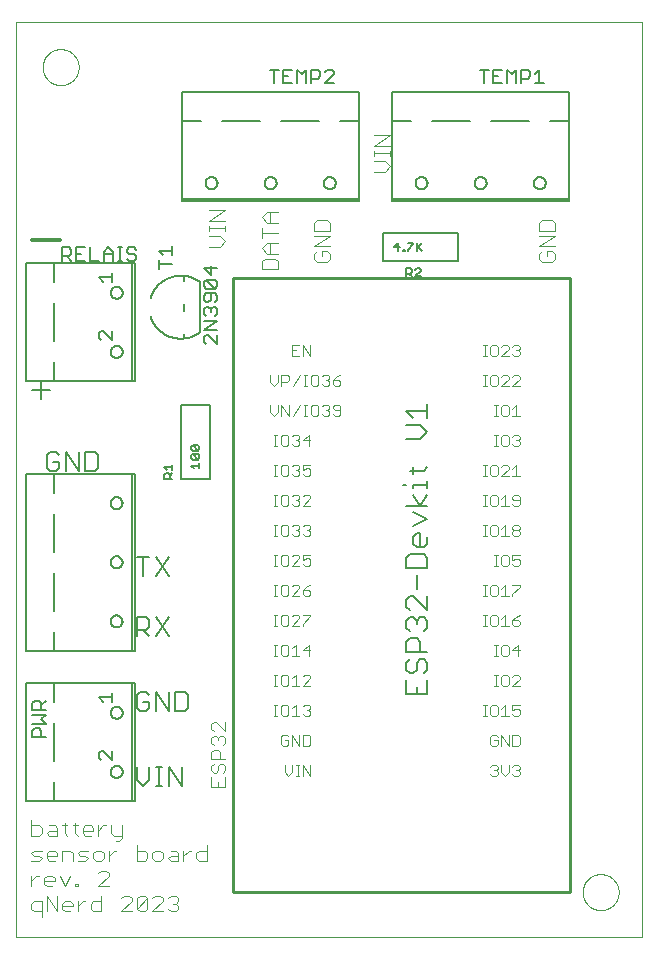
<source format=gto>
G75*
%MOIN*%
%OFA0B0*%
%FSLAX25Y25*%
%IPPOS*%
%LPD*%
%AMOC8*
5,1,8,0,0,1.08239X$1,22.5*
%
%ADD10C,0.00000*%
%ADD11C,0.00400*%
%ADD12C,0.00800*%
%ADD13C,0.01200*%
%ADD14C,0.00600*%
%ADD15C,0.00500*%
%ADD16C,0.00300*%
%ADD17C,0.01000*%
D10*
X0001500Y0003000D02*
X0001500Y0307961D01*
X0210201Y0307961D01*
X0210201Y0003000D01*
X0001500Y0003000D01*
X0190500Y0018000D02*
X0190502Y0018154D01*
X0190508Y0018309D01*
X0190518Y0018463D01*
X0190532Y0018617D01*
X0190550Y0018770D01*
X0190571Y0018923D01*
X0190597Y0019076D01*
X0190627Y0019227D01*
X0190660Y0019378D01*
X0190698Y0019528D01*
X0190739Y0019677D01*
X0190784Y0019825D01*
X0190833Y0019971D01*
X0190886Y0020117D01*
X0190942Y0020260D01*
X0191002Y0020403D01*
X0191066Y0020543D01*
X0191133Y0020683D01*
X0191204Y0020820D01*
X0191278Y0020955D01*
X0191356Y0021089D01*
X0191437Y0021220D01*
X0191522Y0021349D01*
X0191610Y0021477D01*
X0191701Y0021601D01*
X0191795Y0021724D01*
X0191893Y0021844D01*
X0191993Y0021961D01*
X0192097Y0022076D01*
X0192203Y0022188D01*
X0192312Y0022297D01*
X0192424Y0022403D01*
X0192539Y0022507D01*
X0192656Y0022607D01*
X0192776Y0022705D01*
X0192899Y0022799D01*
X0193023Y0022890D01*
X0193151Y0022978D01*
X0193280Y0023063D01*
X0193411Y0023144D01*
X0193545Y0023222D01*
X0193680Y0023296D01*
X0193817Y0023367D01*
X0193957Y0023434D01*
X0194097Y0023498D01*
X0194240Y0023558D01*
X0194383Y0023614D01*
X0194529Y0023667D01*
X0194675Y0023716D01*
X0194823Y0023761D01*
X0194972Y0023802D01*
X0195122Y0023840D01*
X0195273Y0023873D01*
X0195424Y0023903D01*
X0195577Y0023929D01*
X0195730Y0023950D01*
X0195883Y0023968D01*
X0196037Y0023982D01*
X0196191Y0023992D01*
X0196346Y0023998D01*
X0196500Y0024000D01*
X0196654Y0023998D01*
X0196809Y0023992D01*
X0196963Y0023982D01*
X0197117Y0023968D01*
X0197270Y0023950D01*
X0197423Y0023929D01*
X0197576Y0023903D01*
X0197727Y0023873D01*
X0197878Y0023840D01*
X0198028Y0023802D01*
X0198177Y0023761D01*
X0198325Y0023716D01*
X0198471Y0023667D01*
X0198617Y0023614D01*
X0198760Y0023558D01*
X0198903Y0023498D01*
X0199043Y0023434D01*
X0199183Y0023367D01*
X0199320Y0023296D01*
X0199455Y0023222D01*
X0199589Y0023144D01*
X0199720Y0023063D01*
X0199849Y0022978D01*
X0199977Y0022890D01*
X0200101Y0022799D01*
X0200224Y0022705D01*
X0200344Y0022607D01*
X0200461Y0022507D01*
X0200576Y0022403D01*
X0200688Y0022297D01*
X0200797Y0022188D01*
X0200903Y0022076D01*
X0201007Y0021961D01*
X0201107Y0021844D01*
X0201205Y0021724D01*
X0201299Y0021601D01*
X0201390Y0021477D01*
X0201478Y0021349D01*
X0201563Y0021220D01*
X0201644Y0021089D01*
X0201722Y0020955D01*
X0201796Y0020820D01*
X0201867Y0020683D01*
X0201934Y0020543D01*
X0201998Y0020403D01*
X0202058Y0020260D01*
X0202114Y0020117D01*
X0202167Y0019971D01*
X0202216Y0019825D01*
X0202261Y0019677D01*
X0202302Y0019528D01*
X0202340Y0019378D01*
X0202373Y0019227D01*
X0202403Y0019076D01*
X0202429Y0018923D01*
X0202450Y0018770D01*
X0202468Y0018617D01*
X0202482Y0018463D01*
X0202492Y0018309D01*
X0202498Y0018154D01*
X0202500Y0018000D01*
X0202498Y0017846D01*
X0202492Y0017691D01*
X0202482Y0017537D01*
X0202468Y0017383D01*
X0202450Y0017230D01*
X0202429Y0017077D01*
X0202403Y0016924D01*
X0202373Y0016773D01*
X0202340Y0016622D01*
X0202302Y0016472D01*
X0202261Y0016323D01*
X0202216Y0016175D01*
X0202167Y0016029D01*
X0202114Y0015883D01*
X0202058Y0015740D01*
X0201998Y0015597D01*
X0201934Y0015457D01*
X0201867Y0015317D01*
X0201796Y0015180D01*
X0201722Y0015045D01*
X0201644Y0014911D01*
X0201563Y0014780D01*
X0201478Y0014651D01*
X0201390Y0014523D01*
X0201299Y0014399D01*
X0201205Y0014276D01*
X0201107Y0014156D01*
X0201007Y0014039D01*
X0200903Y0013924D01*
X0200797Y0013812D01*
X0200688Y0013703D01*
X0200576Y0013597D01*
X0200461Y0013493D01*
X0200344Y0013393D01*
X0200224Y0013295D01*
X0200101Y0013201D01*
X0199977Y0013110D01*
X0199849Y0013022D01*
X0199720Y0012937D01*
X0199589Y0012856D01*
X0199455Y0012778D01*
X0199320Y0012704D01*
X0199183Y0012633D01*
X0199043Y0012566D01*
X0198903Y0012502D01*
X0198760Y0012442D01*
X0198617Y0012386D01*
X0198471Y0012333D01*
X0198325Y0012284D01*
X0198177Y0012239D01*
X0198028Y0012198D01*
X0197878Y0012160D01*
X0197727Y0012127D01*
X0197576Y0012097D01*
X0197423Y0012071D01*
X0197270Y0012050D01*
X0197117Y0012032D01*
X0196963Y0012018D01*
X0196809Y0012008D01*
X0196654Y0012002D01*
X0196500Y0012000D01*
X0196346Y0012002D01*
X0196191Y0012008D01*
X0196037Y0012018D01*
X0195883Y0012032D01*
X0195730Y0012050D01*
X0195577Y0012071D01*
X0195424Y0012097D01*
X0195273Y0012127D01*
X0195122Y0012160D01*
X0194972Y0012198D01*
X0194823Y0012239D01*
X0194675Y0012284D01*
X0194529Y0012333D01*
X0194383Y0012386D01*
X0194240Y0012442D01*
X0194097Y0012502D01*
X0193957Y0012566D01*
X0193817Y0012633D01*
X0193680Y0012704D01*
X0193545Y0012778D01*
X0193411Y0012856D01*
X0193280Y0012937D01*
X0193151Y0013022D01*
X0193023Y0013110D01*
X0192899Y0013201D01*
X0192776Y0013295D01*
X0192656Y0013393D01*
X0192539Y0013493D01*
X0192424Y0013597D01*
X0192312Y0013703D01*
X0192203Y0013812D01*
X0192097Y0013924D01*
X0191993Y0014039D01*
X0191893Y0014156D01*
X0191795Y0014276D01*
X0191701Y0014399D01*
X0191610Y0014523D01*
X0191522Y0014651D01*
X0191437Y0014780D01*
X0191356Y0014911D01*
X0191278Y0015045D01*
X0191204Y0015180D01*
X0191133Y0015317D01*
X0191066Y0015457D01*
X0191002Y0015597D01*
X0190942Y0015740D01*
X0190886Y0015883D01*
X0190833Y0016029D01*
X0190784Y0016175D01*
X0190739Y0016323D01*
X0190698Y0016472D01*
X0190660Y0016622D01*
X0190627Y0016773D01*
X0190597Y0016924D01*
X0190571Y0017077D01*
X0190550Y0017230D01*
X0190532Y0017383D01*
X0190518Y0017537D01*
X0190508Y0017691D01*
X0190502Y0017846D01*
X0190500Y0018000D01*
X0010500Y0293000D02*
X0010502Y0293154D01*
X0010508Y0293309D01*
X0010518Y0293463D01*
X0010532Y0293617D01*
X0010550Y0293770D01*
X0010571Y0293923D01*
X0010597Y0294076D01*
X0010627Y0294227D01*
X0010660Y0294378D01*
X0010698Y0294528D01*
X0010739Y0294677D01*
X0010784Y0294825D01*
X0010833Y0294971D01*
X0010886Y0295117D01*
X0010942Y0295260D01*
X0011002Y0295403D01*
X0011066Y0295543D01*
X0011133Y0295683D01*
X0011204Y0295820D01*
X0011278Y0295955D01*
X0011356Y0296089D01*
X0011437Y0296220D01*
X0011522Y0296349D01*
X0011610Y0296477D01*
X0011701Y0296601D01*
X0011795Y0296724D01*
X0011893Y0296844D01*
X0011993Y0296961D01*
X0012097Y0297076D01*
X0012203Y0297188D01*
X0012312Y0297297D01*
X0012424Y0297403D01*
X0012539Y0297507D01*
X0012656Y0297607D01*
X0012776Y0297705D01*
X0012899Y0297799D01*
X0013023Y0297890D01*
X0013151Y0297978D01*
X0013280Y0298063D01*
X0013411Y0298144D01*
X0013545Y0298222D01*
X0013680Y0298296D01*
X0013817Y0298367D01*
X0013957Y0298434D01*
X0014097Y0298498D01*
X0014240Y0298558D01*
X0014383Y0298614D01*
X0014529Y0298667D01*
X0014675Y0298716D01*
X0014823Y0298761D01*
X0014972Y0298802D01*
X0015122Y0298840D01*
X0015273Y0298873D01*
X0015424Y0298903D01*
X0015577Y0298929D01*
X0015730Y0298950D01*
X0015883Y0298968D01*
X0016037Y0298982D01*
X0016191Y0298992D01*
X0016346Y0298998D01*
X0016500Y0299000D01*
X0016654Y0298998D01*
X0016809Y0298992D01*
X0016963Y0298982D01*
X0017117Y0298968D01*
X0017270Y0298950D01*
X0017423Y0298929D01*
X0017576Y0298903D01*
X0017727Y0298873D01*
X0017878Y0298840D01*
X0018028Y0298802D01*
X0018177Y0298761D01*
X0018325Y0298716D01*
X0018471Y0298667D01*
X0018617Y0298614D01*
X0018760Y0298558D01*
X0018903Y0298498D01*
X0019043Y0298434D01*
X0019183Y0298367D01*
X0019320Y0298296D01*
X0019455Y0298222D01*
X0019589Y0298144D01*
X0019720Y0298063D01*
X0019849Y0297978D01*
X0019977Y0297890D01*
X0020101Y0297799D01*
X0020224Y0297705D01*
X0020344Y0297607D01*
X0020461Y0297507D01*
X0020576Y0297403D01*
X0020688Y0297297D01*
X0020797Y0297188D01*
X0020903Y0297076D01*
X0021007Y0296961D01*
X0021107Y0296844D01*
X0021205Y0296724D01*
X0021299Y0296601D01*
X0021390Y0296477D01*
X0021478Y0296349D01*
X0021563Y0296220D01*
X0021644Y0296089D01*
X0021722Y0295955D01*
X0021796Y0295820D01*
X0021867Y0295683D01*
X0021934Y0295543D01*
X0021998Y0295403D01*
X0022058Y0295260D01*
X0022114Y0295117D01*
X0022167Y0294971D01*
X0022216Y0294825D01*
X0022261Y0294677D01*
X0022302Y0294528D01*
X0022340Y0294378D01*
X0022373Y0294227D01*
X0022403Y0294076D01*
X0022429Y0293923D01*
X0022450Y0293770D01*
X0022468Y0293617D01*
X0022482Y0293463D01*
X0022492Y0293309D01*
X0022498Y0293154D01*
X0022500Y0293000D01*
X0022498Y0292846D01*
X0022492Y0292691D01*
X0022482Y0292537D01*
X0022468Y0292383D01*
X0022450Y0292230D01*
X0022429Y0292077D01*
X0022403Y0291924D01*
X0022373Y0291773D01*
X0022340Y0291622D01*
X0022302Y0291472D01*
X0022261Y0291323D01*
X0022216Y0291175D01*
X0022167Y0291029D01*
X0022114Y0290883D01*
X0022058Y0290740D01*
X0021998Y0290597D01*
X0021934Y0290457D01*
X0021867Y0290317D01*
X0021796Y0290180D01*
X0021722Y0290045D01*
X0021644Y0289911D01*
X0021563Y0289780D01*
X0021478Y0289651D01*
X0021390Y0289523D01*
X0021299Y0289399D01*
X0021205Y0289276D01*
X0021107Y0289156D01*
X0021007Y0289039D01*
X0020903Y0288924D01*
X0020797Y0288812D01*
X0020688Y0288703D01*
X0020576Y0288597D01*
X0020461Y0288493D01*
X0020344Y0288393D01*
X0020224Y0288295D01*
X0020101Y0288201D01*
X0019977Y0288110D01*
X0019849Y0288022D01*
X0019720Y0287937D01*
X0019589Y0287856D01*
X0019455Y0287778D01*
X0019320Y0287704D01*
X0019183Y0287633D01*
X0019043Y0287566D01*
X0018903Y0287502D01*
X0018760Y0287442D01*
X0018617Y0287386D01*
X0018471Y0287333D01*
X0018325Y0287284D01*
X0018177Y0287239D01*
X0018028Y0287198D01*
X0017878Y0287160D01*
X0017727Y0287127D01*
X0017576Y0287097D01*
X0017423Y0287071D01*
X0017270Y0287050D01*
X0017117Y0287032D01*
X0016963Y0287018D01*
X0016809Y0287008D01*
X0016654Y0287002D01*
X0016500Y0287000D01*
X0016346Y0287002D01*
X0016191Y0287008D01*
X0016037Y0287018D01*
X0015883Y0287032D01*
X0015730Y0287050D01*
X0015577Y0287071D01*
X0015424Y0287097D01*
X0015273Y0287127D01*
X0015122Y0287160D01*
X0014972Y0287198D01*
X0014823Y0287239D01*
X0014675Y0287284D01*
X0014529Y0287333D01*
X0014383Y0287386D01*
X0014240Y0287442D01*
X0014097Y0287502D01*
X0013957Y0287566D01*
X0013817Y0287633D01*
X0013680Y0287704D01*
X0013545Y0287778D01*
X0013411Y0287856D01*
X0013280Y0287937D01*
X0013151Y0288022D01*
X0013023Y0288110D01*
X0012899Y0288201D01*
X0012776Y0288295D01*
X0012656Y0288393D01*
X0012539Y0288493D01*
X0012424Y0288597D01*
X0012312Y0288703D01*
X0012203Y0288812D01*
X0012097Y0288924D01*
X0011993Y0289039D01*
X0011893Y0289156D01*
X0011795Y0289276D01*
X0011701Y0289399D01*
X0011610Y0289523D01*
X0011522Y0289651D01*
X0011437Y0289780D01*
X0011356Y0289911D01*
X0011278Y0290045D01*
X0011204Y0290180D01*
X0011133Y0290317D01*
X0011066Y0290457D01*
X0011002Y0290597D01*
X0010942Y0290740D01*
X0010886Y0290883D01*
X0010833Y0291029D01*
X0010784Y0291175D01*
X0010739Y0291323D01*
X0010698Y0291472D01*
X0010660Y0291622D01*
X0010627Y0291773D01*
X0010597Y0291924D01*
X0010571Y0292077D01*
X0010550Y0292230D01*
X0010532Y0292383D01*
X0010518Y0292537D01*
X0010508Y0292691D01*
X0010502Y0292846D01*
X0010500Y0293000D01*
D11*
X0066096Y0245264D02*
X0071300Y0245264D01*
X0066096Y0241794D01*
X0071300Y0241794D01*
X0071300Y0240091D02*
X0071300Y0238356D01*
X0071300Y0239224D02*
X0066096Y0239224D01*
X0066096Y0240091D02*
X0066096Y0238356D01*
X0066096Y0236670D02*
X0069565Y0236670D01*
X0071300Y0234935D01*
X0069565Y0233200D01*
X0066096Y0233200D01*
X0083596Y0232591D02*
X0085330Y0234326D01*
X0088800Y0234326D01*
X0086198Y0234326D02*
X0086198Y0230856D01*
X0085330Y0230856D02*
X0083596Y0232591D01*
X0085330Y0230856D02*
X0088800Y0230856D01*
X0087933Y0229170D02*
X0084463Y0229170D01*
X0083596Y0228302D01*
X0083596Y0225700D01*
X0088800Y0225700D01*
X0088800Y0228302D01*
X0087933Y0229170D01*
X0083596Y0236013D02*
X0083596Y0239482D01*
X0083596Y0237748D02*
X0088800Y0237748D01*
X0088800Y0241169D02*
X0085330Y0241169D01*
X0083596Y0242904D01*
X0085330Y0244639D01*
X0088800Y0244639D01*
X0086198Y0244639D02*
X0086198Y0241169D01*
X0101096Y0241115D02*
X0101096Y0238513D01*
X0106300Y0238513D01*
X0106300Y0241115D01*
X0105433Y0241982D01*
X0101963Y0241982D01*
X0101096Y0241115D01*
X0101096Y0236826D02*
X0106300Y0236826D01*
X0101096Y0233356D01*
X0106300Y0233356D01*
X0105433Y0231670D02*
X0103698Y0231670D01*
X0103698Y0229935D01*
X0105433Y0231670D02*
X0106300Y0230802D01*
X0106300Y0229067D01*
X0105433Y0228200D01*
X0101963Y0228200D01*
X0101096Y0229067D01*
X0101096Y0230802D01*
X0101963Y0231670D01*
X0121096Y0258200D02*
X0124565Y0258200D01*
X0126300Y0259935D01*
X0124565Y0261670D01*
X0121096Y0261670D01*
X0121096Y0263356D02*
X0121096Y0265091D01*
X0121096Y0264224D02*
X0126300Y0264224D01*
X0126300Y0265091D02*
X0126300Y0263356D01*
X0126300Y0266794D02*
X0121096Y0266794D01*
X0126300Y0270264D01*
X0121096Y0270264D01*
X0176096Y0241115D02*
X0176096Y0238513D01*
X0181300Y0238513D01*
X0181300Y0241115D01*
X0180433Y0241982D01*
X0176963Y0241982D01*
X0176096Y0241115D01*
X0176096Y0236826D02*
X0181300Y0236826D01*
X0176096Y0233356D01*
X0181300Y0233356D01*
X0180433Y0231670D02*
X0178698Y0231670D01*
X0178698Y0229935D01*
X0180433Y0231670D02*
X0181300Y0230802D01*
X0181300Y0229067D01*
X0180433Y0228200D01*
X0176963Y0228200D01*
X0176096Y0229067D01*
X0176096Y0230802D01*
X0176963Y0231670D01*
X0071300Y0074685D02*
X0071300Y0071616D01*
X0068231Y0074685D01*
X0067463Y0074685D01*
X0066696Y0073918D01*
X0066696Y0072383D01*
X0067463Y0071616D01*
X0067463Y0070081D02*
X0068231Y0070081D01*
X0068998Y0069314D01*
X0069765Y0070081D01*
X0070533Y0070081D01*
X0071300Y0069314D01*
X0071300Y0067779D01*
X0070533Y0067012D01*
X0068998Y0068546D02*
X0068998Y0069314D01*
X0067463Y0070081D02*
X0066696Y0069314D01*
X0066696Y0067779D01*
X0067463Y0067012D01*
X0067463Y0065477D02*
X0068998Y0065477D01*
X0069765Y0064710D01*
X0069765Y0062408D01*
X0069765Y0060873D02*
X0070533Y0060873D01*
X0071300Y0060106D01*
X0071300Y0058571D01*
X0070533Y0057804D01*
X0071300Y0056269D02*
X0071300Y0053200D01*
X0066696Y0053200D01*
X0066696Y0056269D01*
X0067463Y0057804D02*
X0068231Y0057804D01*
X0068998Y0058571D01*
X0068998Y0060106D01*
X0069765Y0060873D01*
X0071300Y0062408D02*
X0066696Y0062408D01*
X0066696Y0064710D01*
X0067463Y0065477D01*
X0067463Y0060873D02*
X0066696Y0060106D01*
X0066696Y0058571D01*
X0067463Y0057804D01*
X0068998Y0054735D02*
X0068998Y0053200D01*
X0065171Y0033604D02*
X0065171Y0028400D01*
X0062569Y0028400D01*
X0061702Y0029267D01*
X0061702Y0031002D01*
X0062569Y0031870D01*
X0065171Y0031870D01*
X0060007Y0031870D02*
X0059139Y0031870D01*
X0057405Y0030135D01*
X0055718Y0030135D02*
X0053116Y0030135D01*
X0052248Y0029267D01*
X0053116Y0028400D01*
X0055718Y0028400D01*
X0055718Y0031002D01*
X0054850Y0031870D01*
X0053116Y0031870D01*
X0050561Y0031002D02*
X0050561Y0029267D01*
X0049694Y0028400D01*
X0047959Y0028400D01*
X0047092Y0029267D01*
X0047092Y0031002D01*
X0047959Y0031870D01*
X0049694Y0031870D01*
X0050561Y0031002D01*
X0045405Y0031002D02*
X0045405Y0029267D01*
X0044538Y0028400D01*
X0041935Y0028400D01*
X0041935Y0033604D01*
X0041935Y0031870D02*
X0044538Y0031870D01*
X0045405Y0031002D01*
X0036811Y0035933D02*
X0035944Y0035065D01*
X0035076Y0035065D01*
X0034209Y0036800D02*
X0036811Y0036800D01*
X0036811Y0035933D02*
X0036811Y0040270D01*
X0033341Y0040270D02*
X0033341Y0037667D01*
X0034209Y0036800D01*
X0034217Y0031870D02*
X0035084Y0031870D01*
X0034217Y0031870D02*
X0032482Y0030135D01*
X0032482Y0028400D02*
X0032482Y0031870D01*
X0030795Y0031002D02*
X0030795Y0029267D01*
X0029928Y0028400D01*
X0028193Y0028400D01*
X0027326Y0029267D01*
X0027326Y0031002D01*
X0028193Y0031870D01*
X0029928Y0031870D01*
X0030795Y0031002D01*
X0029044Y0036800D02*
X0029044Y0040270D01*
X0029044Y0038535D02*
X0030779Y0040270D01*
X0031647Y0040270D01*
X0027358Y0039402D02*
X0027358Y0038535D01*
X0023888Y0038535D01*
X0023888Y0039402D02*
X0024755Y0040270D01*
X0026490Y0040270D01*
X0027358Y0039402D01*
X0026490Y0036800D02*
X0024755Y0036800D01*
X0023888Y0037667D01*
X0023888Y0039402D01*
X0022185Y0040270D02*
X0020450Y0040270D01*
X0021318Y0041137D02*
X0021318Y0037667D01*
X0022185Y0036800D01*
X0023037Y0031870D02*
X0025639Y0031870D01*
X0024771Y0030135D02*
X0023037Y0030135D01*
X0022169Y0031002D01*
X0023037Y0031870D01*
X0024771Y0030135D02*
X0025639Y0029267D01*
X0024771Y0028400D01*
X0022169Y0028400D01*
X0020482Y0028400D02*
X0020482Y0031002D01*
X0019615Y0031870D01*
X0017013Y0031870D01*
X0017013Y0028400D01*
X0015326Y0030135D02*
X0011856Y0030135D01*
X0011856Y0031002D02*
X0011856Y0029267D01*
X0012724Y0028400D01*
X0014459Y0028400D01*
X0015326Y0030135D02*
X0015326Y0031002D01*
X0014459Y0031870D01*
X0012724Y0031870D01*
X0011856Y0031002D01*
X0010170Y0031870D02*
X0007567Y0031870D01*
X0006700Y0031002D01*
X0007567Y0030135D01*
X0009302Y0030135D01*
X0010170Y0029267D01*
X0009302Y0028400D01*
X0006700Y0028400D01*
X0006700Y0023470D02*
X0006700Y0020000D01*
X0006700Y0021735D02*
X0008435Y0023470D01*
X0009302Y0023470D01*
X0010997Y0022602D02*
X0010997Y0020867D01*
X0011864Y0020000D01*
X0013599Y0020000D01*
X0014467Y0021735D02*
X0010997Y0021735D01*
X0010997Y0022602D02*
X0011864Y0023470D01*
X0013599Y0023470D01*
X0014467Y0022602D01*
X0014467Y0021735D01*
X0016153Y0023470D02*
X0017888Y0020000D01*
X0019623Y0023470D01*
X0021310Y0020867D02*
X0022177Y0020867D01*
X0022177Y0020000D01*
X0021310Y0020000D01*
X0021310Y0020867D01*
X0022169Y0015070D02*
X0022169Y0011600D01*
X0022169Y0013335D02*
X0023904Y0015070D01*
X0024771Y0015070D01*
X0026466Y0014202D02*
X0027334Y0015070D01*
X0029936Y0015070D01*
X0029936Y0016804D02*
X0029936Y0011600D01*
X0027334Y0011600D01*
X0026466Y0012467D01*
X0026466Y0014202D01*
X0029044Y0020000D02*
X0032514Y0023470D01*
X0032514Y0024337D01*
X0031647Y0025204D01*
X0029912Y0025204D01*
X0029044Y0024337D01*
X0029044Y0020000D02*
X0032514Y0020000D01*
X0036779Y0015937D02*
X0037646Y0016804D01*
X0039381Y0016804D01*
X0040249Y0015937D01*
X0040249Y0015070D01*
X0036779Y0011600D01*
X0040249Y0011600D01*
X0041935Y0012467D02*
X0045405Y0015937D01*
X0045405Y0012467D01*
X0044538Y0011600D01*
X0042803Y0011600D01*
X0041935Y0012467D01*
X0041935Y0015937D01*
X0042803Y0016804D01*
X0044538Y0016804D01*
X0045405Y0015937D01*
X0047092Y0015937D02*
X0047959Y0016804D01*
X0049694Y0016804D01*
X0050561Y0015937D01*
X0050561Y0015070D01*
X0047092Y0011600D01*
X0050561Y0011600D01*
X0052248Y0012467D02*
X0053116Y0011600D01*
X0054850Y0011600D01*
X0055718Y0012467D01*
X0055718Y0013335D01*
X0054850Y0014202D01*
X0053983Y0014202D01*
X0054850Y0014202D02*
X0055718Y0015070D01*
X0055718Y0015937D01*
X0054850Y0016804D01*
X0053116Y0016804D01*
X0052248Y0015937D01*
X0057405Y0028400D02*
X0057405Y0031870D01*
X0020482Y0014202D02*
X0020482Y0013335D01*
X0017013Y0013335D01*
X0017013Y0014202D02*
X0017880Y0015070D01*
X0019615Y0015070D01*
X0020482Y0014202D01*
X0019615Y0011600D02*
X0017880Y0011600D01*
X0017013Y0012467D01*
X0017013Y0014202D01*
X0015326Y0011600D02*
X0015326Y0016804D01*
X0011856Y0016804D02*
X0011856Y0011600D01*
X0010170Y0011600D02*
X0007567Y0011600D01*
X0006700Y0012467D01*
X0006700Y0014202D01*
X0007567Y0015070D01*
X0010170Y0015070D01*
X0010170Y0009865D01*
X0015326Y0011600D02*
X0011856Y0016804D01*
X0012724Y0036800D02*
X0011856Y0037667D01*
X0012724Y0038535D01*
X0015326Y0038535D01*
X0015326Y0039402D02*
X0015326Y0036800D01*
X0012724Y0036800D01*
X0010170Y0037667D02*
X0010170Y0039402D01*
X0009302Y0040270D01*
X0006700Y0040270D01*
X0006700Y0042004D02*
X0006700Y0036800D01*
X0009302Y0036800D01*
X0010170Y0037667D01*
X0012724Y0040270D02*
X0014459Y0040270D01*
X0015326Y0039402D01*
X0017013Y0040270D02*
X0018748Y0040270D01*
X0017880Y0041137D02*
X0017880Y0037667D01*
X0018748Y0036800D01*
D12*
X0056776Y0155598D02*
X0056776Y0180402D01*
X0066224Y0180402D01*
X0066224Y0155598D01*
X0056776Y0155598D01*
X0013039Y0185504D02*
X0006900Y0185504D01*
X0009969Y0188573D02*
X0009969Y0182435D01*
X0124098Y0228276D02*
X0148902Y0228276D01*
X0148902Y0237724D01*
X0124098Y0237724D01*
X0124098Y0228276D01*
D13*
X0016308Y0235506D02*
X0007100Y0235506D01*
D14*
X0005000Y0227642D02*
X0014402Y0227642D01*
X0040402Y0227642D01*
X0041201Y0227642D01*
X0041201Y0188343D01*
X0040402Y0188343D01*
X0014402Y0188343D01*
X0005000Y0188343D01*
X0005000Y0227642D01*
X0014402Y0227642D02*
X0014402Y0221343D01*
X0014402Y0214343D02*
X0014402Y0201642D01*
X0014402Y0194642D02*
X0014402Y0188343D01*
X0015003Y0164705D02*
X0012868Y0164705D01*
X0011800Y0163638D01*
X0011800Y0159368D01*
X0012868Y0158300D01*
X0015003Y0158300D01*
X0016070Y0159368D01*
X0016070Y0161503D01*
X0013935Y0161503D01*
X0016070Y0163638D02*
X0015003Y0164705D01*
X0018245Y0164705D02*
X0022516Y0158300D01*
X0022516Y0164705D01*
X0024691Y0164705D02*
X0027894Y0164705D01*
X0028961Y0163638D01*
X0028961Y0159368D01*
X0027894Y0158300D01*
X0024691Y0158300D01*
X0024691Y0164705D01*
X0018245Y0164705D02*
X0018245Y0158300D01*
X0014323Y0157484D02*
X0040323Y0157484D01*
X0041122Y0157484D01*
X0041122Y0098484D01*
X0040323Y0098484D01*
X0014323Y0098484D01*
X0004921Y0098484D01*
X0004921Y0157484D01*
X0014323Y0157484D01*
X0014323Y0151185D01*
X0014323Y0144185D02*
X0014323Y0131484D01*
X0014323Y0124484D02*
X0014323Y0111783D01*
X0014323Y0104783D02*
X0014323Y0098484D01*
X0014402Y0087642D02*
X0040402Y0087642D01*
X0041201Y0087642D01*
X0041201Y0048343D01*
X0040402Y0048343D01*
X0014402Y0048343D01*
X0005000Y0048343D01*
X0005000Y0087642D01*
X0014402Y0087642D01*
X0014402Y0081343D01*
X0014402Y0074343D02*
X0014402Y0061642D01*
X0014402Y0054642D02*
X0014402Y0048343D01*
X0033200Y0058143D02*
X0033202Y0058232D01*
X0033208Y0058321D01*
X0033218Y0058410D01*
X0033232Y0058498D01*
X0033249Y0058585D01*
X0033271Y0058671D01*
X0033297Y0058757D01*
X0033326Y0058841D01*
X0033359Y0058924D01*
X0033395Y0059005D01*
X0033436Y0059085D01*
X0033479Y0059162D01*
X0033526Y0059238D01*
X0033577Y0059311D01*
X0033630Y0059382D01*
X0033687Y0059451D01*
X0033747Y0059517D01*
X0033810Y0059581D01*
X0033875Y0059641D01*
X0033943Y0059699D01*
X0034014Y0059753D01*
X0034087Y0059804D01*
X0034162Y0059852D01*
X0034239Y0059897D01*
X0034318Y0059938D01*
X0034399Y0059975D01*
X0034481Y0060009D01*
X0034565Y0060040D01*
X0034650Y0060066D01*
X0034736Y0060089D01*
X0034823Y0060107D01*
X0034911Y0060122D01*
X0035000Y0060133D01*
X0035089Y0060140D01*
X0035178Y0060143D01*
X0035267Y0060142D01*
X0035356Y0060137D01*
X0035444Y0060128D01*
X0035533Y0060115D01*
X0035620Y0060098D01*
X0035707Y0060078D01*
X0035793Y0060053D01*
X0035877Y0060025D01*
X0035960Y0059993D01*
X0036042Y0059957D01*
X0036122Y0059918D01*
X0036200Y0059875D01*
X0036276Y0059829D01*
X0036350Y0059779D01*
X0036422Y0059726D01*
X0036491Y0059670D01*
X0036558Y0059611D01*
X0036622Y0059549D01*
X0036683Y0059485D01*
X0036742Y0059417D01*
X0036797Y0059347D01*
X0036849Y0059275D01*
X0036898Y0059200D01*
X0036943Y0059124D01*
X0036985Y0059045D01*
X0037023Y0058965D01*
X0037058Y0058883D01*
X0037089Y0058799D01*
X0037117Y0058714D01*
X0037140Y0058628D01*
X0037160Y0058541D01*
X0037176Y0058454D01*
X0037188Y0058365D01*
X0037196Y0058277D01*
X0037200Y0058188D01*
X0037200Y0058098D01*
X0037196Y0058009D01*
X0037188Y0057921D01*
X0037176Y0057832D01*
X0037160Y0057745D01*
X0037140Y0057658D01*
X0037117Y0057572D01*
X0037089Y0057487D01*
X0037058Y0057403D01*
X0037023Y0057321D01*
X0036985Y0057241D01*
X0036943Y0057162D01*
X0036898Y0057086D01*
X0036849Y0057011D01*
X0036797Y0056939D01*
X0036742Y0056869D01*
X0036683Y0056801D01*
X0036622Y0056737D01*
X0036558Y0056675D01*
X0036491Y0056616D01*
X0036422Y0056560D01*
X0036350Y0056507D01*
X0036276Y0056457D01*
X0036200Y0056411D01*
X0036122Y0056368D01*
X0036042Y0056329D01*
X0035960Y0056293D01*
X0035877Y0056261D01*
X0035793Y0056233D01*
X0035707Y0056208D01*
X0035620Y0056188D01*
X0035533Y0056171D01*
X0035444Y0056158D01*
X0035356Y0056149D01*
X0035267Y0056144D01*
X0035178Y0056143D01*
X0035089Y0056146D01*
X0035000Y0056153D01*
X0034911Y0056164D01*
X0034823Y0056179D01*
X0034736Y0056197D01*
X0034650Y0056220D01*
X0034565Y0056246D01*
X0034481Y0056277D01*
X0034399Y0056311D01*
X0034318Y0056348D01*
X0034239Y0056389D01*
X0034162Y0056434D01*
X0034087Y0056482D01*
X0034014Y0056533D01*
X0033943Y0056587D01*
X0033875Y0056645D01*
X0033810Y0056705D01*
X0033747Y0056769D01*
X0033687Y0056835D01*
X0033630Y0056904D01*
X0033577Y0056975D01*
X0033526Y0057048D01*
X0033479Y0057124D01*
X0033436Y0057201D01*
X0033395Y0057281D01*
X0033359Y0057362D01*
X0033326Y0057445D01*
X0033297Y0057529D01*
X0033271Y0057615D01*
X0033249Y0057701D01*
X0033232Y0057788D01*
X0033218Y0057876D01*
X0033208Y0057965D01*
X0033202Y0058054D01*
X0033200Y0058143D01*
X0040402Y0048343D02*
X0040402Y0087642D01*
X0042868Y0084705D02*
X0041800Y0083638D01*
X0041800Y0079368D01*
X0042868Y0078300D01*
X0045003Y0078300D01*
X0046070Y0079368D01*
X0046070Y0081503D01*
X0043935Y0081503D01*
X0046070Y0083638D02*
X0045003Y0084705D01*
X0042868Y0084705D01*
X0048245Y0084705D02*
X0048245Y0078300D01*
X0052516Y0078300D02*
X0048245Y0084705D01*
X0052516Y0084705D02*
X0052516Y0078300D01*
X0054691Y0078300D02*
X0057894Y0078300D01*
X0058961Y0079368D01*
X0058961Y0083638D01*
X0057894Y0084705D01*
X0054691Y0084705D01*
X0054691Y0078300D01*
X0056813Y0059705D02*
X0056813Y0053300D01*
X0052542Y0059705D01*
X0052542Y0053300D01*
X0050381Y0053300D02*
X0048245Y0053300D01*
X0049313Y0053300D02*
X0049313Y0059705D01*
X0048245Y0059705D02*
X0050381Y0059705D01*
X0046070Y0059705D02*
X0046070Y0055435D01*
X0043935Y0053300D01*
X0041800Y0055435D01*
X0041800Y0059705D01*
X0033200Y0077843D02*
X0033202Y0077932D01*
X0033208Y0078021D01*
X0033218Y0078110D01*
X0033232Y0078198D01*
X0033249Y0078285D01*
X0033271Y0078371D01*
X0033297Y0078457D01*
X0033326Y0078541D01*
X0033359Y0078624D01*
X0033395Y0078705D01*
X0033436Y0078785D01*
X0033479Y0078862D01*
X0033526Y0078938D01*
X0033577Y0079011D01*
X0033630Y0079082D01*
X0033687Y0079151D01*
X0033747Y0079217D01*
X0033810Y0079281D01*
X0033875Y0079341D01*
X0033943Y0079399D01*
X0034014Y0079453D01*
X0034087Y0079504D01*
X0034162Y0079552D01*
X0034239Y0079597D01*
X0034318Y0079638D01*
X0034399Y0079675D01*
X0034481Y0079709D01*
X0034565Y0079740D01*
X0034650Y0079766D01*
X0034736Y0079789D01*
X0034823Y0079807D01*
X0034911Y0079822D01*
X0035000Y0079833D01*
X0035089Y0079840D01*
X0035178Y0079843D01*
X0035267Y0079842D01*
X0035356Y0079837D01*
X0035444Y0079828D01*
X0035533Y0079815D01*
X0035620Y0079798D01*
X0035707Y0079778D01*
X0035793Y0079753D01*
X0035877Y0079725D01*
X0035960Y0079693D01*
X0036042Y0079657D01*
X0036122Y0079618D01*
X0036200Y0079575D01*
X0036276Y0079529D01*
X0036350Y0079479D01*
X0036422Y0079426D01*
X0036491Y0079370D01*
X0036558Y0079311D01*
X0036622Y0079249D01*
X0036683Y0079185D01*
X0036742Y0079117D01*
X0036797Y0079047D01*
X0036849Y0078975D01*
X0036898Y0078900D01*
X0036943Y0078824D01*
X0036985Y0078745D01*
X0037023Y0078665D01*
X0037058Y0078583D01*
X0037089Y0078499D01*
X0037117Y0078414D01*
X0037140Y0078328D01*
X0037160Y0078241D01*
X0037176Y0078154D01*
X0037188Y0078065D01*
X0037196Y0077977D01*
X0037200Y0077888D01*
X0037200Y0077798D01*
X0037196Y0077709D01*
X0037188Y0077621D01*
X0037176Y0077532D01*
X0037160Y0077445D01*
X0037140Y0077358D01*
X0037117Y0077272D01*
X0037089Y0077187D01*
X0037058Y0077103D01*
X0037023Y0077021D01*
X0036985Y0076941D01*
X0036943Y0076862D01*
X0036898Y0076786D01*
X0036849Y0076711D01*
X0036797Y0076639D01*
X0036742Y0076569D01*
X0036683Y0076501D01*
X0036622Y0076437D01*
X0036558Y0076375D01*
X0036491Y0076316D01*
X0036422Y0076260D01*
X0036350Y0076207D01*
X0036276Y0076157D01*
X0036200Y0076111D01*
X0036122Y0076068D01*
X0036042Y0076029D01*
X0035960Y0075993D01*
X0035877Y0075961D01*
X0035793Y0075933D01*
X0035707Y0075908D01*
X0035620Y0075888D01*
X0035533Y0075871D01*
X0035444Y0075858D01*
X0035356Y0075849D01*
X0035267Y0075844D01*
X0035178Y0075843D01*
X0035089Y0075846D01*
X0035000Y0075853D01*
X0034911Y0075864D01*
X0034823Y0075879D01*
X0034736Y0075897D01*
X0034650Y0075920D01*
X0034565Y0075946D01*
X0034481Y0075977D01*
X0034399Y0076011D01*
X0034318Y0076048D01*
X0034239Y0076089D01*
X0034162Y0076134D01*
X0034087Y0076182D01*
X0034014Y0076233D01*
X0033943Y0076287D01*
X0033875Y0076345D01*
X0033810Y0076405D01*
X0033747Y0076469D01*
X0033687Y0076535D01*
X0033630Y0076604D01*
X0033577Y0076675D01*
X0033526Y0076748D01*
X0033479Y0076824D01*
X0033436Y0076901D01*
X0033395Y0076981D01*
X0033359Y0077062D01*
X0033326Y0077145D01*
X0033297Y0077229D01*
X0033271Y0077315D01*
X0033249Y0077401D01*
X0033232Y0077488D01*
X0033218Y0077576D01*
X0033208Y0077665D01*
X0033202Y0077754D01*
X0033200Y0077843D01*
X0040323Y0098484D02*
X0040323Y0157484D01*
X0033121Y0147685D02*
X0033123Y0147774D01*
X0033129Y0147863D01*
X0033139Y0147952D01*
X0033153Y0148040D01*
X0033170Y0148127D01*
X0033192Y0148213D01*
X0033218Y0148299D01*
X0033247Y0148383D01*
X0033280Y0148466D01*
X0033316Y0148547D01*
X0033357Y0148627D01*
X0033400Y0148704D01*
X0033447Y0148780D01*
X0033498Y0148853D01*
X0033551Y0148924D01*
X0033608Y0148993D01*
X0033668Y0149059D01*
X0033731Y0149123D01*
X0033796Y0149183D01*
X0033864Y0149241D01*
X0033935Y0149295D01*
X0034008Y0149346D01*
X0034083Y0149394D01*
X0034160Y0149439D01*
X0034239Y0149480D01*
X0034320Y0149517D01*
X0034402Y0149551D01*
X0034486Y0149582D01*
X0034571Y0149608D01*
X0034657Y0149631D01*
X0034744Y0149649D01*
X0034832Y0149664D01*
X0034921Y0149675D01*
X0035010Y0149682D01*
X0035099Y0149685D01*
X0035188Y0149684D01*
X0035277Y0149679D01*
X0035365Y0149670D01*
X0035454Y0149657D01*
X0035541Y0149640D01*
X0035628Y0149620D01*
X0035714Y0149595D01*
X0035798Y0149567D01*
X0035881Y0149535D01*
X0035963Y0149499D01*
X0036043Y0149460D01*
X0036121Y0149417D01*
X0036197Y0149371D01*
X0036271Y0149321D01*
X0036343Y0149268D01*
X0036412Y0149212D01*
X0036479Y0149153D01*
X0036543Y0149091D01*
X0036604Y0149027D01*
X0036663Y0148959D01*
X0036718Y0148889D01*
X0036770Y0148817D01*
X0036819Y0148742D01*
X0036864Y0148666D01*
X0036906Y0148587D01*
X0036944Y0148507D01*
X0036979Y0148425D01*
X0037010Y0148341D01*
X0037038Y0148256D01*
X0037061Y0148170D01*
X0037081Y0148083D01*
X0037097Y0147996D01*
X0037109Y0147907D01*
X0037117Y0147819D01*
X0037121Y0147730D01*
X0037121Y0147640D01*
X0037117Y0147551D01*
X0037109Y0147463D01*
X0037097Y0147374D01*
X0037081Y0147287D01*
X0037061Y0147200D01*
X0037038Y0147114D01*
X0037010Y0147029D01*
X0036979Y0146945D01*
X0036944Y0146863D01*
X0036906Y0146783D01*
X0036864Y0146704D01*
X0036819Y0146628D01*
X0036770Y0146553D01*
X0036718Y0146481D01*
X0036663Y0146411D01*
X0036604Y0146343D01*
X0036543Y0146279D01*
X0036479Y0146217D01*
X0036412Y0146158D01*
X0036343Y0146102D01*
X0036271Y0146049D01*
X0036197Y0145999D01*
X0036121Y0145953D01*
X0036043Y0145910D01*
X0035963Y0145871D01*
X0035881Y0145835D01*
X0035798Y0145803D01*
X0035714Y0145775D01*
X0035628Y0145750D01*
X0035541Y0145730D01*
X0035454Y0145713D01*
X0035365Y0145700D01*
X0035277Y0145691D01*
X0035188Y0145686D01*
X0035099Y0145685D01*
X0035010Y0145688D01*
X0034921Y0145695D01*
X0034832Y0145706D01*
X0034744Y0145721D01*
X0034657Y0145739D01*
X0034571Y0145762D01*
X0034486Y0145788D01*
X0034402Y0145819D01*
X0034320Y0145853D01*
X0034239Y0145890D01*
X0034160Y0145931D01*
X0034083Y0145976D01*
X0034008Y0146024D01*
X0033935Y0146075D01*
X0033864Y0146129D01*
X0033796Y0146187D01*
X0033731Y0146247D01*
X0033668Y0146311D01*
X0033608Y0146377D01*
X0033551Y0146446D01*
X0033498Y0146517D01*
X0033447Y0146590D01*
X0033400Y0146666D01*
X0033357Y0146743D01*
X0033316Y0146823D01*
X0033280Y0146904D01*
X0033247Y0146987D01*
X0033218Y0147071D01*
X0033192Y0147157D01*
X0033170Y0147243D01*
X0033153Y0147330D01*
X0033139Y0147418D01*
X0033129Y0147507D01*
X0033123Y0147596D01*
X0033121Y0147685D01*
X0033121Y0127985D02*
X0033123Y0128074D01*
X0033129Y0128163D01*
X0033139Y0128252D01*
X0033153Y0128340D01*
X0033170Y0128427D01*
X0033192Y0128513D01*
X0033218Y0128599D01*
X0033247Y0128683D01*
X0033280Y0128766D01*
X0033316Y0128847D01*
X0033357Y0128927D01*
X0033400Y0129004D01*
X0033447Y0129080D01*
X0033498Y0129153D01*
X0033551Y0129224D01*
X0033608Y0129293D01*
X0033668Y0129359D01*
X0033731Y0129423D01*
X0033796Y0129483D01*
X0033864Y0129541D01*
X0033935Y0129595D01*
X0034008Y0129646D01*
X0034083Y0129694D01*
X0034160Y0129739D01*
X0034239Y0129780D01*
X0034320Y0129817D01*
X0034402Y0129851D01*
X0034486Y0129882D01*
X0034571Y0129908D01*
X0034657Y0129931D01*
X0034744Y0129949D01*
X0034832Y0129964D01*
X0034921Y0129975D01*
X0035010Y0129982D01*
X0035099Y0129985D01*
X0035188Y0129984D01*
X0035277Y0129979D01*
X0035365Y0129970D01*
X0035454Y0129957D01*
X0035541Y0129940D01*
X0035628Y0129920D01*
X0035714Y0129895D01*
X0035798Y0129867D01*
X0035881Y0129835D01*
X0035963Y0129799D01*
X0036043Y0129760D01*
X0036121Y0129717D01*
X0036197Y0129671D01*
X0036271Y0129621D01*
X0036343Y0129568D01*
X0036412Y0129512D01*
X0036479Y0129453D01*
X0036543Y0129391D01*
X0036604Y0129327D01*
X0036663Y0129259D01*
X0036718Y0129189D01*
X0036770Y0129117D01*
X0036819Y0129042D01*
X0036864Y0128966D01*
X0036906Y0128887D01*
X0036944Y0128807D01*
X0036979Y0128725D01*
X0037010Y0128641D01*
X0037038Y0128556D01*
X0037061Y0128470D01*
X0037081Y0128383D01*
X0037097Y0128296D01*
X0037109Y0128207D01*
X0037117Y0128119D01*
X0037121Y0128030D01*
X0037121Y0127940D01*
X0037117Y0127851D01*
X0037109Y0127763D01*
X0037097Y0127674D01*
X0037081Y0127587D01*
X0037061Y0127500D01*
X0037038Y0127414D01*
X0037010Y0127329D01*
X0036979Y0127245D01*
X0036944Y0127163D01*
X0036906Y0127083D01*
X0036864Y0127004D01*
X0036819Y0126928D01*
X0036770Y0126853D01*
X0036718Y0126781D01*
X0036663Y0126711D01*
X0036604Y0126643D01*
X0036543Y0126579D01*
X0036479Y0126517D01*
X0036412Y0126458D01*
X0036343Y0126402D01*
X0036271Y0126349D01*
X0036197Y0126299D01*
X0036121Y0126253D01*
X0036043Y0126210D01*
X0035963Y0126171D01*
X0035881Y0126135D01*
X0035798Y0126103D01*
X0035714Y0126075D01*
X0035628Y0126050D01*
X0035541Y0126030D01*
X0035454Y0126013D01*
X0035365Y0126000D01*
X0035277Y0125991D01*
X0035188Y0125986D01*
X0035099Y0125985D01*
X0035010Y0125988D01*
X0034921Y0125995D01*
X0034832Y0126006D01*
X0034744Y0126021D01*
X0034657Y0126039D01*
X0034571Y0126062D01*
X0034486Y0126088D01*
X0034402Y0126119D01*
X0034320Y0126153D01*
X0034239Y0126190D01*
X0034160Y0126231D01*
X0034083Y0126276D01*
X0034008Y0126324D01*
X0033935Y0126375D01*
X0033864Y0126429D01*
X0033796Y0126487D01*
X0033731Y0126547D01*
X0033668Y0126611D01*
X0033608Y0126677D01*
X0033551Y0126746D01*
X0033498Y0126817D01*
X0033447Y0126890D01*
X0033400Y0126966D01*
X0033357Y0127043D01*
X0033316Y0127123D01*
X0033280Y0127204D01*
X0033247Y0127287D01*
X0033218Y0127371D01*
X0033192Y0127457D01*
X0033170Y0127543D01*
X0033153Y0127630D01*
X0033139Y0127718D01*
X0033129Y0127807D01*
X0033123Y0127896D01*
X0033121Y0127985D01*
X0041800Y0129705D02*
X0046070Y0129705D01*
X0043935Y0129705D02*
X0043935Y0123300D01*
X0048245Y0123300D02*
X0052516Y0129705D01*
X0048245Y0129705D02*
X0052516Y0123300D01*
X0052516Y0109705D02*
X0048245Y0103300D01*
X0046070Y0103300D02*
X0043935Y0105435D01*
X0045003Y0105435D02*
X0041800Y0105435D01*
X0041800Y0103300D02*
X0041800Y0109705D01*
X0045003Y0109705D01*
X0046070Y0108638D01*
X0046070Y0106503D01*
X0045003Y0105435D01*
X0048245Y0109705D02*
X0052516Y0103300D01*
X0033121Y0108285D02*
X0033123Y0108374D01*
X0033129Y0108463D01*
X0033139Y0108552D01*
X0033153Y0108640D01*
X0033170Y0108727D01*
X0033192Y0108813D01*
X0033218Y0108899D01*
X0033247Y0108983D01*
X0033280Y0109066D01*
X0033316Y0109147D01*
X0033357Y0109227D01*
X0033400Y0109304D01*
X0033447Y0109380D01*
X0033498Y0109453D01*
X0033551Y0109524D01*
X0033608Y0109593D01*
X0033668Y0109659D01*
X0033731Y0109723D01*
X0033796Y0109783D01*
X0033864Y0109841D01*
X0033935Y0109895D01*
X0034008Y0109946D01*
X0034083Y0109994D01*
X0034160Y0110039D01*
X0034239Y0110080D01*
X0034320Y0110117D01*
X0034402Y0110151D01*
X0034486Y0110182D01*
X0034571Y0110208D01*
X0034657Y0110231D01*
X0034744Y0110249D01*
X0034832Y0110264D01*
X0034921Y0110275D01*
X0035010Y0110282D01*
X0035099Y0110285D01*
X0035188Y0110284D01*
X0035277Y0110279D01*
X0035365Y0110270D01*
X0035454Y0110257D01*
X0035541Y0110240D01*
X0035628Y0110220D01*
X0035714Y0110195D01*
X0035798Y0110167D01*
X0035881Y0110135D01*
X0035963Y0110099D01*
X0036043Y0110060D01*
X0036121Y0110017D01*
X0036197Y0109971D01*
X0036271Y0109921D01*
X0036343Y0109868D01*
X0036412Y0109812D01*
X0036479Y0109753D01*
X0036543Y0109691D01*
X0036604Y0109627D01*
X0036663Y0109559D01*
X0036718Y0109489D01*
X0036770Y0109417D01*
X0036819Y0109342D01*
X0036864Y0109266D01*
X0036906Y0109187D01*
X0036944Y0109107D01*
X0036979Y0109025D01*
X0037010Y0108941D01*
X0037038Y0108856D01*
X0037061Y0108770D01*
X0037081Y0108683D01*
X0037097Y0108596D01*
X0037109Y0108507D01*
X0037117Y0108419D01*
X0037121Y0108330D01*
X0037121Y0108240D01*
X0037117Y0108151D01*
X0037109Y0108063D01*
X0037097Y0107974D01*
X0037081Y0107887D01*
X0037061Y0107800D01*
X0037038Y0107714D01*
X0037010Y0107629D01*
X0036979Y0107545D01*
X0036944Y0107463D01*
X0036906Y0107383D01*
X0036864Y0107304D01*
X0036819Y0107228D01*
X0036770Y0107153D01*
X0036718Y0107081D01*
X0036663Y0107011D01*
X0036604Y0106943D01*
X0036543Y0106879D01*
X0036479Y0106817D01*
X0036412Y0106758D01*
X0036343Y0106702D01*
X0036271Y0106649D01*
X0036197Y0106599D01*
X0036121Y0106553D01*
X0036043Y0106510D01*
X0035963Y0106471D01*
X0035881Y0106435D01*
X0035798Y0106403D01*
X0035714Y0106375D01*
X0035628Y0106350D01*
X0035541Y0106330D01*
X0035454Y0106313D01*
X0035365Y0106300D01*
X0035277Y0106291D01*
X0035188Y0106286D01*
X0035099Y0106285D01*
X0035010Y0106288D01*
X0034921Y0106295D01*
X0034832Y0106306D01*
X0034744Y0106321D01*
X0034657Y0106339D01*
X0034571Y0106362D01*
X0034486Y0106388D01*
X0034402Y0106419D01*
X0034320Y0106453D01*
X0034239Y0106490D01*
X0034160Y0106531D01*
X0034083Y0106576D01*
X0034008Y0106624D01*
X0033935Y0106675D01*
X0033864Y0106729D01*
X0033796Y0106787D01*
X0033731Y0106847D01*
X0033668Y0106911D01*
X0033608Y0106977D01*
X0033551Y0107046D01*
X0033498Y0107117D01*
X0033447Y0107190D01*
X0033400Y0107266D01*
X0033357Y0107343D01*
X0033316Y0107423D01*
X0033280Y0107504D01*
X0033247Y0107587D01*
X0033218Y0107671D01*
X0033192Y0107757D01*
X0033170Y0107843D01*
X0033153Y0107930D01*
X0033139Y0108018D01*
X0033129Y0108107D01*
X0033123Y0108196D01*
X0033121Y0108285D01*
X0040402Y0188343D02*
X0040402Y0227642D01*
X0033200Y0217843D02*
X0033202Y0217932D01*
X0033208Y0218021D01*
X0033218Y0218110D01*
X0033232Y0218198D01*
X0033249Y0218285D01*
X0033271Y0218371D01*
X0033297Y0218457D01*
X0033326Y0218541D01*
X0033359Y0218624D01*
X0033395Y0218705D01*
X0033436Y0218785D01*
X0033479Y0218862D01*
X0033526Y0218938D01*
X0033577Y0219011D01*
X0033630Y0219082D01*
X0033687Y0219151D01*
X0033747Y0219217D01*
X0033810Y0219281D01*
X0033875Y0219341D01*
X0033943Y0219399D01*
X0034014Y0219453D01*
X0034087Y0219504D01*
X0034162Y0219552D01*
X0034239Y0219597D01*
X0034318Y0219638D01*
X0034399Y0219675D01*
X0034481Y0219709D01*
X0034565Y0219740D01*
X0034650Y0219766D01*
X0034736Y0219789D01*
X0034823Y0219807D01*
X0034911Y0219822D01*
X0035000Y0219833D01*
X0035089Y0219840D01*
X0035178Y0219843D01*
X0035267Y0219842D01*
X0035356Y0219837D01*
X0035444Y0219828D01*
X0035533Y0219815D01*
X0035620Y0219798D01*
X0035707Y0219778D01*
X0035793Y0219753D01*
X0035877Y0219725D01*
X0035960Y0219693D01*
X0036042Y0219657D01*
X0036122Y0219618D01*
X0036200Y0219575D01*
X0036276Y0219529D01*
X0036350Y0219479D01*
X0036422Y0219426D01*
X0036491Y0219370D01*
X0036558Y0219311D01*
X0036622Y0219249D01*
X0036683Y0219185D01*
X0036742Y0219117D01*
X0036797Y0219047D01*
X0036849Y0218975D01*
X0036898Y0218900D01*
X0036943Y0218824D01*
X0036985Y0218745D01*
X0037023Y0218665D01*
X0037058Y0218583D01*
X0037089Y0218499D01*
X0037117Y0218414D01*
X0037140Y0218328D01*
X0037160Y0218241D01*
X0037176Y0218154D01*
X0037188Y0218065D01*
X0037196Y0217977D01*
X0037200Y0217888D01*
X0037200Y0217798D01*
X0037196Y0217709D01*
X0037188Y0217621D01*
X0037176Y0217532D01*
X0037160Y0217445D01*
X0037140Y0217358D01*
X0037117Y0217272D01*
X0037089Y0217187D01*
X0037058Y0217103D01*
X0037023Y0217021D01*
X0036985Y0216941D01*
X0036943Y0216862D01*
X0036898Y0216786D01*
X0036849Y0216711D01*
X0036797Y0216639D01*
X0036742Y0216569D01*
X0036683Y0216501D01*
X0036622Y0216437D01*
X0036558Y0216375D01*
X0036491Y0216316D01*
X0036422Y0216260D01*
X0036350Y0216207D01*
X0036276Y0216157D01*
X0036200Y0216111D01*
X0036122Y0216068D01*
X0036042Y0216029D01*
X0035960Y0215993D01*
X0035877Y0215961D01*
X0035793Y0215933D01*
X0035707Y0215908D01*
X0035620Y0215888D01*
X0035533Y0215871D01*
X0035444Y0215858D01*
X0035356Y0215849D01*
X0035267Y0215844D01*
X0035178Y0215843D01*
X0035089Y0215846D01*
X0035000Y0215853D01*
X0034911Y0215864D01*
X0034823Y0215879D01*
X0034736Y0215897D01*
X0034650Y0215920D01*
X0034565Y0215946D01*
X0034481Y0215977D01*
X0034399Y0216011D01*
X0034318Y0216048D01*
X0034239Y0216089D01*
X0034162Y0216134D01*
X0034087Y0216182D01*
X0034014Y0216233D01*
X0033943Y0216287D01*
X0033875Y0216345D01*
X0033810Y0216405D01*
X0033747Y0216469D01*
X0033687Y0216535D01*
X0033630Y0216604D01*
X0033577Y0216675D01*
X0033526Y0216748D01*
X0033479Y0216824D01*
X0033436Y0216901D01*
X0033395Y0216981D01*
X0033359Y0217062D01*
X0033326Y0217145D01*
X0033297Y0217229D01*
X0033271Y0217315D01*
X0033249Y0217401D01*
X0033232Y0217488D01*
X0033218Y0217576D01*
X0033208Y0217665D01*
X0033202Y0217754D01*
X0033200Y0217843D01*
X0033200Y0198143D02*
X0033202Y0198232D01*
X0033208Y0198321D01*
X0033218Y0198410D01*
X0033232Y0198498D01*
X0033249Y0198585D01*
X0033271Y0198671D01*
X0033297Y0198757D01*
X0033326Y0198841D01*
X0033359Y0198924D01*
X0033395Y0199005D01*
X0033436Y0199085D01*
X0033479Y0199162D01*
X0033526Y0199238D01*
X0033577Y0199311D01*
X0033630Y0199382D01*
X0033687Y0199451D01*
X0033747Y0199517D01*
X0033810Y0199581D01*
X0033875Y0199641D01*
X0033943Y0199699D01*
X0034014Y0199753D01*
X0034087Y0199804D01*
X0034162Y0199852D01*
X0034239Y0199897D01*
X0034318Y0199938D01*
X0034399Y0199975D01*
X0034481Y0200009D01*
X0034565Y0200040D01*
X0034650Y0200066D01*
X0034736Y0200089D01*
X0034823Y0200107D01*
X0034911Y0200122D01*
X0035000Y0200133D01*
X0035089Y0200140D01*
X0035178Y0200143D01*
X0035267Y0200142D01*
X0035356Y0200137D01*
X0035444Y0200128D01*
X0035533Y0200115D01*
X0035620Y0200098D01*
X0035707Y0200078D01*
X0035793Y0200053D01*
X0035877Y0200025D01*
X0035960Y0199993D01*
X0036042Y0199957D01*
X0036122Y0199918D01*
X0036200Y0199875D01*
X0036276Y0199829D01*
X0036350Y0199779D01*
X0036422Y0199726D01*
X0036491Y0199670D01*
X0036558Y0199611D01*
X0036622Y0199549D01*
X0036683Y0199485D01*
X0036742Y0199417D01*
X0036797Y0199347D01*
X0036849Y0199275D01*
X0036898Y0199200D01*
X0036943Y0199124D01*
X0036985Y0199045D01*
X0037023Y0198965D01*
X0037058Y0198883D01*
X0037089Y0198799D01*
X0037117Y0198714D01*
X0037140Y0198628D01*
X0037160Y0198541D01*
X0037176Y0198454D01*
X0037188Y0198365D01*
X0037196Y0198277D01*
X0037200Y0198188D01*
X0037200Y0198098D01*
X0037196Y0198009D01*
X0037188Y0197921D01*
X0037176Y0197832D01*
X0037160Y0197745D01*
X0037140Y0197658D01*
X0037117Y0197572D01*
X0037089Y0197487D01*
X0037058Y0197403D01*
X0037023Y0197321D01*
X0036985Y0197241D01*
X0036943Y0197162D01*
X0036898Y0197086D01*
X0036849Y0197011D01*
X0036797Y0196939D01*
X0036742Y0196869D01*
X0036683Y0196801D01*
X0036622Y0196737D01*
X0036558Y0196675D01*
X0036491Y0196616D01*
X0036422Y0196560D01*
X0036350Y0196507D01*
X0036276Y0196457D01*
X0036200Y0196411D01*
X0036122Y0196368D01*
X0036042Y0196329D01*
X0035960Y0196293D01*
X0035877Y0196261D01*
X0035793Y0196233D01*
X0035707Y0196208D01*
X0035620Y0196188D01*
X0035533Y0196171D01*
X0035444Y0196158D01*
X0035356Y0196149D01*
X0035267Y0196144D01*
X0035178Y0196143D01*
X0035089Y0196146D01*
X0035000Y0196153D01*
X0034911Y0196164D01*
X0034823Y0196179D01*
X0034736Y0196197D01*
X0034650Y0196220D01*
X0034565Y0196246D01*
X0034481Y0196277D01*
X0034399Y0196311D01*
X0034318Y0196348D01*
X0034239Y0196389D01*
X0034162Y0196434D01*
X0034087Y0196482D01*
X0034014Y0196533D01*
X0033943Y0196587D01*
X0033875Y0196645D01*
X0033810Y0196705D01*
X0033747Y0196769D01*
X0033687Y0196835D01*
X0033630Y0196904D01*
X0033577Y0196975D01*
X0033526Y0197048D01*
X0033479Y0197124D01*
X0033436Y0197201D01*
X0033395Y0197281D01*
X0033359Y0197362D01*
X0033326Y0197445D01*
X0033297Y0197529D01*
X0033271Y0197615D01*
X0033249Y0197701D01*
X0033232Y0197788D01*
X0033218Y0197876D01*
X0033208Y0197965D01*
X0033202Y0198054D01*
X0033200Y0198143D01*
X0056984Y0248378D02*
X0115984Y0248378D01*
X0115984Y0249177D01*
X0056984Y0249177D01*
X0056984Y0275177D01*
X0056984Y0284579D01*
X0115984Y0284579D01*
X0115984Y0275177D01*
X0115984Y0249177D01*
X0126984Y0249177D02*
X0126984Y0275177D01*
X0126984Y0284579D01*
X0185984Y0284579D01*
X0185984Y0275177D01*
X0185984Y0249177D01*
X0185984Y0248378D01*
X0126984Y0248378D01*
X0126984Y0249177D01*
X0185984Y0249177D01*
X0174185Y0254379D02*
X0174187Y0254468D01*
X0174193Y0254557D01*
X0174203Y0254646D01*
X0174217Y0254734D01*
X0174234Y0254821D01*
X0174256Y0254907D01*
X0174282Y0254993D01*
X0174311Y0255077D01*
X0174344Y0255160D01*
X0174380Y0255241D01*
X0174421Y0255321D01*
X0174464Y0255398D01*
X0174511Y0255474D01*
X0174562Y0255547D01*
X0174615Y0255618D01*
X0174672Y0255687D01*
X0174732Y0255753D01*
X0174795Y0255817D01*
X0174860Y0255877D01*
X0174928Y0255935D01*
X0174999Y0255989D01*
X0175072Y0256040D01*
X0175147Y0256088D01*
X0175224Y0256133D01*
X0175303Y0256174D01*
X0175384Y0256211D01*
X0175466Y0256245D01*
X0175550Y0256276D01*
X0175635Y0256302D01*
X0175721Y0256325D01*
X0175808Y0256343D01*
X0175896Y0256358D01*
X0175985Y0256369D01*
X0176074Y0256376D01*
X0176163Y0256379D01*
X0176252Y0256378D01*
X0176341Y0256373D01*
X0176429Y0256364D01*
X0176518Y0256351D01*
X0176605Y0256334D01*
X0176692Y0256314D01*
X0176778Y0256289D01*
X0176862Y0256261D01*
X0176945Y0256229D01*
X0177027Y0256193D01*
X0177107Y0256154D01*
X0177185Y0256111D01*
X0177261Y0256065D01*
X0177335Y0256015D01*
X0177407Y0255962D01*
X0177476Y0255906D01*
X0177543Y0255847D01*
X0177607Y0255785D01*
X0177668Y0255721D01*
X0177727Y0255653D01*
X0177782Y0255583D01*
X0177834Y0255511D01*
X0177883Y0255436D01*
X0177928Y0255360D01*
X0177970Y0255281D01*
X0178008Y0255201D01*
X0178043Y0255119D01*
X0178074Y0255035D01*
X0178102Y0254950D01*
X0178125Y0254864D01*
X0178145Y0254777D01*
X0178161Y0254690D01*
X0178173Y0254601D01*
X0178181Y0254513D01*
X0178185Y0254424D01*
X0178185Y0254334D01*
X0178181Y0254245D01*
X0178173Y0254157D01*
X0178161Y0254068D01*
X0178145Y0253981D01*
X0178125Y0253894D01*
X0178102Y0253808D01*
X0178074Y0253723D01*
X0178043Y0253639D01*
X0178008Y0253557D01*
X0177970Y0253477D01*
X0177928Y0253398D01*
X0177883Y0253322D01*
X0177834Y0253247D01*
X0177782Y0253175D01*
X0177727Y0253105D01*
X0177668Y0253037D01*
X0177607Y0252973D01*
X0177543Y0252911D01*
X0177476Y0252852D01*
X0177407Y0252796D01*
X0177335Y0252743D01*
X0177261Y0252693D01*
X0177185Y0252647D01*
X0177107Y0252604D01*
X0177027Y0252565D01*
X0176945Y0252529D01*
X0176862Y0252497D01*
X0176778Y0252469D01*
X0176692Y0252444D01*
X0176605Y0252424D01*
X0176518Y0252407D01*
X0176429Y0252394D01*
X0176341Y0252385D01*
X0176252Y0252380D01*
X0176163Y0252379D01*
X0176074Y0252382D01*
X0175985Y0252389D01*
X0175896Y0252400D01*
X0175808Y0252415D01*
X0175721Y0252433D01*
X0175635Y0252456D01*
X0175550Y0252482D01*
X0175466Y0252513D01*
X0175384Y0252547D01*
X0175303Y0252584D01*
X0175224Y0252625D01*
X0175147Y0252670D01*
X0175072Y0252718D01*
X0174999Y0252769D01*
X0174928Y0252823D01*
X0174860Y0252881D01*
X0174795Y0252941D01*
X0174732Y0253005D01*
X0174672Y0253071D01*
X0174615Y0253140D01*
X0174562Y0253211D01*
X0174511Y0253284D01*
X0174464Y0253360D01*
X0174421Y0253437D01*
X0174380Y0253517D01*
X0174344Y0253598D01*
X0174311Y0253681D01*
X0174282Y0253765D01*
X0174256Y0253851D01*
X0174234Y0253937D01*
X0174217Y0254024D01*
X0174203Y0254112D01*
X0174193Y0254201D01*
X0174187Y0254290D01*
X0174185Y0254379D01*
X0172685Y0275177D02*
X0159984Y0275177D01*
X0152984Y0275177D02*
X0140283Y0275177D01*
X0133283Y0275177D02*
X0126984Y0275177D01*
X0115984Y0275177D02*
X0109685Y0275177D01*
X0102685Y0275177D02*
X0089984Y0275177D01*
X0082984Y0275177D02*
X0070283Y0275177D01*
X0063283Y0275177D02*
X0056984Y0275177D01*
X0064785Y0254379D02*
X0064787Y0254468D01*
X0064793Y0254557D01*
X0064803Y0254646D01*
X0064817Y0254734D01*
X0064834Y0254821D01*
X0064856Y0254907D01*
X0064882Y0254993D01*
X0064911Y0255077D01*
X0064944Y0255160D01*
X0064980Y0255241D01*
X0065021Y0255321D01*
X0065064Y0255398D01*
X0065111Y0255474D01*
X0065162Y0255547D01*
X0065215Y0255618D01*
X0065272Y0255687D01*
X0065332Y0255753D01*
X0065395Y0255817D01*
X0065460Y0255877D01*
X0065528Y0255935D01*
X0065599Y0255989D01*
X0065672Y0256040D01*
X0065747Y0256088D01*
X0065824Y0256133D01*
X0065903Y0256174D01*
X0065984Y0256211D01*
X0066066Y0256245D01*
X0066150Y0256276D01*
X0066235Y0256302D01*
X0066321Y0256325D01*
X0066408Y0256343D01*
X0066496Y0256358D01*
X0066585Y0256369D01*
X0066674Y0256376D01*
X0066763Y0256379D01*
X0066852Y0256378D01*
X0066941Y0256373D01*
X0067029Y0256364D01*
X0067118Y0256351D01*
X0067205Y0256334D01*
X0067292Y0256314D01*
X0067378Y0256289D01*
X0067462Y0256261D01*
X0067545Y0256229D01*
X0067627Y0256193D01*
X0067707Y0256154D01*
X0067785Y0256111D01*
X0067861Y0256065D01*
X0067935Y0256015D01*
X0068007Y0255962D01*
X0068076Y0255906D01*
X0068143Y0255847D01*
X0068207Y0255785D01*
X0068268Y0255721D01*
X0068327Y0255653D01*
X0068382Y0255583D01*
X0068434Y0255511D01*
X0068483Y0255436D01*
X0068528Y0255360D01*
X0068570Y0255281D01*
X0068608Y0255201D01*
X0068643Y0255119D01*
X0068674Y0255035D01*
X0068702Y0254950D01*
X0068725Y0254864D01*
X0068745Y0254777D01*
X0068761Y0254690D01*
X0068773Y0254601D01*
X0068781Y0254513D01*
X0068785Y0254424D01*
X0068785Y0254334D01*
X0068781Y0254245D01*
X0068773Y0254157D01*
X0068761Y0254068D01*
X0068745Y0253981D01*
X0068725Y0253894D01*
X0068702Y0253808D01*
X0068674Y0253723D01*
X0068643Y0253639D01*
X0068608Y0253557D01*
X0068570Y0253477D01*
X0068528Y0253398D01*
X0068483Y0253322D01*
X0068434Y0253247D01*
X0068382Y0253175D01*
X0068327Y0253105D01*
X0068268Y0253037D01*
X0068207Y0252973D01*
X0068143Y0252911D01*
X0068076Y0252852D01*
X0068007Y0252796D01*
X0067935Y0252743D01*
X0067861Y0252693D01*
X0067785Y0252647D01*
X0067707Y0252604D01*
X0067627Y0252565D01*
X0067545Y0252529D01*
X0067462Y0252497D01*
X0067378Y0252469D01*
X0067292Y0252444D01*
X0067205Y0252424D01*
X0067118Y0252407D01*
X0067029Y0252394D01*
X0066941Y0252385D01*
X0066852Y0252380D01*
X0066763Y0252379D01*
X0066674Y0252382D01*
X0066585Y0252389D01*
X0066496Y0252400D01*
X0066408Y0252415D01*
X0066321Y0252433D01*
X0066235Y0252456D01*
X0066150Y0252482D01*
X0066066Y0252513D01*
X0065984Y0252547D01*
X0065903Y0252584D01*
X0065824Y0252625D01*
X0065747Y0252670D01*
X0065672Y0252718D01*
X0065599Y0252769D01*
X0065528Y0252823D01*
X0065460Y0252881D01*
X0065395Y0252941D01*
X0065332Y0253005D01*
X0065272Y0253071D01*
X0065215Y0253140D01*
X0065162Y0253211D01*
X0065111Y0253284D01*
X0065064Y0253360D01*
X0065021Y0253437D01*
X0064980Y0253517D01*
X0064944Y0253598D01*
X0064911Y0253681D01*
X0064882Y0253765D01*
X0064856Y0253851D01*
X0064834Y0253937D01*
X0064817Y0254024D01*
X0064803Y0254112D01*
X0064793Y0254201D01*
X0064787Y0254290D01*
X0064785Y0254379D01*
X0056984Y0249177D02*
X0056984Y0248378D01*
X0084485Y0254379D02*
X0084487Y0254468D01*
X0084493Y0254557D01*
X0084503Y0254646D01*
X0084517Y0254734D01*
X0084534Y0254821D01*
X0084556Y0254907D01*
X0084582Y0254993D01*
X0084611Y0255077D01*
X0084644Y0255160D01*
X0084680Y0255241D01*
X0084721Y0255321D01*
X0084764Y0255398D01*
X0084811Y0255474D01*
X0084862Y0255547D01*
X0084915Y0255618D01*
X0084972Y0255687D01*
X0085032Y0255753D01*
X0085095Y0255817D01*
X0085160Y0255877D01*
X0085228Y0255935D01*
X0085299Y0255989D01*
X0085372Y0256040D01*
X0085447Y0256088D01*
X0085524Y0256133D01*
X0085603Y0256174D01*
X0085684Y0256211D01*
X0085766Y0256245D01*
X0085850Y0256276D01*
X0085935Y0256302D01*
X0086021Y0256325D01*
X0086108Y0256343D01*
X0086196Y0256358D01*
X0086285Y0256369D01*
X0086374Y0256376D01*
X0086463Y0256379D01*
X0086552Y0256378D01*
X0086641Y0256373D01*
X0086729Y0256364D01*
X0086818Y0256351D01*
X0086905Y0256334D01*
X0086992Y0256314D01*
X0087078Y0256289D01*
X0087162Y0256261D01*
X0087245Y0256229D01*
X0087327Y0256193D01*
X0087407Y0256154D01*
X0087485Y0256111D01*
X0087561Y0256065D01*
X0087635Y0256015D01*
X0087707Y0255962D01*
X0087776Y0255906D01*
X0087843Y0255847D01*
X0087907Y0255785D01*
X0087968Y0255721D01*
X0088027Y0255653D01*
X0088082Y0255583D01*
X0088134Y0255511D01*
X0088183Y0255436D01*
X0088228Y0255360D01*
X0088270Y0255281D01*
X0088308Y0255201D01*
X0088343Y0255119D01*
X0088374Y0255035D01*
X0088402Y0254950D01*
X0088425Y0254864D01*
X0088445Y0254777D01*
X0088461Y0254690D01*
X0088473Y0254601D01*
X0088481Y0254513D01*
X0088485Y0254424D01*
X0088485Y0254334D01*
X0088481Y0254245D01*
X0088473Y0254157D01*
X0088461Y0254068D01*
X0088445Y0253981D01*
X0088425Y0253894D01*
X0088402Y0253808D01*
X0088374Y0253723D01*
X0088343Y0253639D01*
X0088308Y0253557D01*
X0088270Y0253477D01*
X0088228Y0253398D01*
X0088183Y0253322D01*
X0088134Y0253247D01*
X0088082Y0253175D01*
X0088027Y0253105D01*
X0087968Y0253037D01*
X0087907Y0252973D01*
X0087843Y0252911D01*
X0087776Y0252852D01*
X0087707Y0252796D01*
X0087635Y0252743D01*
X0087561Y0252693D01*
X0087485Y0252647D01*
X0087407Y0252604D01*
X0087327Y0252565D01*
X0087245Y0252529D01*
X0087162Y0252497D01*
X0087078Y0252469D01*
X0086992Y0252444D01*
X0086905Y0252424D01*
X0086818Y0252407D01*
X0086729Y0252394D01*
X0086641Y0252385D01*
X0086552Y0252380D01*
X0086463Y0252379D01*
X0086374Y0252382D01*
X0086285Y0252389D01*
X0086196Y0252400D01*
X0086108Y0252415D01*
X0086021Y0252433D01*
X0085935Y0252456D01*
X0085850Y0252482D01*
X0085766Y0252513D01*
X0085684Y0252547D01*
X0085603Y0252584D01*
X0085524Y0252625D01*
X0085447Y0252670D01*
X0085372Y0252718D01*
X0085299Y0252769D01*
X0085228Y0252823D01*
X0085160Y0252881D01*
X0085095Y0252941D01*
X0085032Y0253005D01*
X0084972Y0253071D01*
X0084915Y0253140D01*
X0084862Y0253211D01*
X0084811Y0253284D01*
X0084764Y0253360D01*
X0084721Y0253437D01*
X0084680Y0253517D01*
X0084644Y0253598D01*
X0084611Y0253681D01*
X0084582Y0253765D01*
X0084556Y0253851D01*
X0084534Y0253937D01*
X0084517Y0254024D01*
X0084503Y0254112D01*
X0084493Y0254201D01*
X0084487Y0254290D01*
X0084485Y0254379D01*
X0104185Y0254379D02*
X0104187Y0254468D01*
X0104193Y0254557D01*
X0104203Y0254646D01*
X0104217Y0254734D01*
X0104234Y0254821D01*
X0104256Y0254907D01*
X0104282Y0254993D01*
X0104311Y0255077D01*
X0104344Y0255160D01*
X0104380Y0255241D01*
X0104421Y0255321D01*
X0104464Y0255398D01*
X0104511Y0255474D01*
X0104562Y0255547D01*
X0104615Y0255618D01*
X0104672Y0255687D01*
X0104732Y0255753D01*
X0104795Y0255817D01*
X0104860Y0255877D01*
X0104928Y0255935D01*
X0104999Y0255989D01*
X0105072Y0256040D01*
X0105147Y0256088D01*
X0105224Y0256133D01*
X0105303Y0256174D01*
X0105384Y0256211D01*
X0105466Y0256245D01*
X0105550Y0256276D01*
X0105635Y0256302D01*
X0105721Y0256325D01*
X0105808Y0256343D01*
X0105896Y0256358D01*
X0105985Y0256369D01*
X0106074Y0256376D01*
X0106163Y0256379D01*
X0106252Y0256378D01*
X0106341Y0256373D01*
X0106429Y0256364D01*
X0106518Y0256351D01*
X0106605Y0256334D01*
X0106692Y0256314D01*
X0106778Y0256289D01*
X0106862Y0256261D01*
X0106945Y0256229D01*
X0107027Y0256193D01*
X0107107Y0256154D01*
X0107185Y0256111D01*
X0107261Y0256065D01*
X0107335Y0256015D01*
X0107407Y0255962D01*
X0107476Y0255906D01*
X0107543Y0255847D01*
X0107607Y0255785D01*
X0107668Y0255721D01*
X0107727Y0255653D01*
X0107782Y0255583D01*
X0107834Y0255511D01*
X0107883Y0255436D01*
X0107928Y0255360D01*
X0107970Y0255281D01*
X0108008Y0255201D01*
X0108043Y0255119D01*
X0108074Y0255035D01*
X0108102Y0254950D01*
X0108125Y0254864D01*
X0108145Y0254777D01*
X0108161Y0254690D01*
X0108173Y0254601D01*
X0108181Y0254513D01*
X0108185Y0254424D01*
X0108185Y0254334D01*
X0108181Y0254245D01*
X0108173Y0254157D01*
X0108161Y0254068D01*
X0108145Y0253981D01*
X0108125Y0253894D01*
X0108102Y0253808D01*
X0108074Y0253723D01*
X0108043Y0253639D01*
X0108008Y0253557D01*
X0107970Y0253477D01*
X0107928Y0253398D01*
X0107883Y0253322D01*
X0107834Y0253247D01*
X0107782Y0253175D01*
X0107727Y0253105D01*
X0107668Y0253037D01*
X0107607Y0252973D01*
X0107543Y0252911D01*
X0107476Y0252852D01*
X0107407Y0252796D01*
X0107335Y0252743D01*
X0107261Y0252693D01*
X0107185Y0252647D01*
X0107107Y0252604D01*
X0107027Y0252565D01*
X0106945Y0252529D01*
X0106862Y0252497D01*
X0106778Y0252469D01*
X0106692Y0252444D01*
X0106605Y0252424D01*
X0106518Y0252407D01*
X0106429Y0252394D01*
X0106341Y0252385D01*
X0106252Y0252380D01*
X0106163Y0252379D01*
X0106074Y0252382D01*
X0105985Y0252389D01*
X0105896Y0252400D01*
X0105808Y0252415D01*
X0105721Y0252433D01*
X0105635Y0252456D01*
X0105550Y0252482D01*
X0105466Y0252513D01*
X0105384Y0252547D01*
X0105303Y0252584D01*
X0105224Y0252625D01*
X0105147Y0252670D01*
X0105072Y0252718D01*
X0104999Y0252769D01*
X0104928Y0252823D01*
X0104860Y0252881D01*
X0104795Y0252941D01*
X0104732Y0253005D01*
X0104672Y0253071D01*
X0104615Y0253140D01*
X0104562Y0253211D01*
X0104511Y0253284D01*
X0104464Y0253360D01*
X0104421Y0253437D01*
X0104380Y0253517D01*
X0104344Y0253598D01*
X0104311Y0253681D01*
X0104282Y0253765D01*
X0104256Y0253851D01*
X0104234Y0253937D01*
X0104217Y0254024D01*
X0104203Y0254112D01*
X0104193Y0254201D01*
X0104187Y0254290D01*
X0104185Y0254379D01*
X0134785Y0254379D02*
X0134787Y0254468D01*
X0134793Y0254557D01*
X0134803Y0254646D01*
X0134817Y0254734D01*
X0134834Y0254821D01*
X0134856Y0254907D01*
X0134882Y0254993D01*
X0134911Y0255077D01*
X0134944Y0255160D01*
X0134980Y0255241D01*
X0135021Y0255321D01*
X0135064Y0255398D01*
X0135111Y0255474D01*
X0135162Y0255547D01*
X0135215Y0255618D01*
X0135272Y0255687D01*
X0135332Y0255753D01*
X0135395Y0255817D01*
X0135460Y0255877D01*
X0135528Y0255935D01*
X0135599Y0255989D01*
X0135672Y0256040D01*
X0135747Y0256088D01*
X0135824Y0256133D01*
X0135903Y0256174D01*
X0135984Y0256211D01*
X0136066Y0256245D01*
X0136150Y0256276D01*
X0136235Y0256302D01*
X0136321Y0256325D01*
X0136408Y0256343D01*
X0136496Y0256358D01*
X0136585Y0256369D01*
X0136674Y0256376D01*
X0136763Y0256379D01*
X0136852Y0256378D01*
X0136941Y0256373D01*
X0137029Y0256364D01*
X0137118Y0256351D01*
X0137205Y0256334D01*
X0137292Y0256314D01*
X0137378Y0256289D01*
X0137462Y0256261D01*
X0137545Y0256229D01*
X0137627Y0256193D01*
X0137707Y0256154D01*
X0137785Y0256111D01*
X0137861Y0256065D01*
X0137935Y0256015D01*
X0138007Y0255962D01*
X0138076Y0255906D01*
X0138143Y0255847D01*
X0138207Y0255785D01*
X0138268Y0255721D01*
X0138327Y0255653D01*
X0138382Y0255583D01*
X0138434Y0255511D01*
X0138483Y0255436D01*
X0138528Y0255360D01*
X0138570Y0255281D01*
X0138608Y0255201D01*
X0138643Y0255119D01*
X0138674Y0255035D01*
X0138702Y0254950D01*
X0138725Y0254864D01*
X0138745Y0254777D01*
X0138761Y0254690D01*
X0138773Y0254601D01*
X0138781Y0254513D01*
X0138785Y0254424D01*
X0138785Y0254334D01*
X0138781Y0254245D01*
X0138773Y0254157D01*
X0138761Y0254068D01*
X0138745Y0253981D01*
X0138725Y0253894D01*
X0138702Y0253808D01*
X0138674Y0253723D01*
X0138643Y0253639D01*
X0138608Y0253557D01*
X0138570Y0253477D01*
X0138528Y0253398D01*
X0138483Y0253322D01*
X0138434Y0253247D01*
X0138382Y0253175D01*
X0138327Y0253105D01*
X0138268Y0253037D01*
X0138207Y0252973D01*
X0138143Y0252911D01*
X0138076Y0252852D01*
X0138007Y0252796D01*
X0137935Y0252743D01*
X0137861Y0252693D01*
X0137785Y0252647D01*
X0137707Y0252604D01*
X0137627Y0252565D01*
X0137545Y0252529D01*
X0137462Y0252497D01*
X0137378Y0252469D01*
X0137292Y0252444D01*
X0137205Y0252424D01*
X0137118Y0252407D01*
X0137029Y0252394D01*
X0136941Y0252385D01*
X0136852Y0252380D01*
X0136763Y0252379D01*
X0136674Y0252382D01*
X0136585Y0252389D01*
X0136496Y0252400D01*
X0136408Y0252415D01*
X0136321Y0252433D01*
X0136235Y0252456D01*
X0136150Y0252482D01*
X0136066Y0252513D01*
X0135984Y0252547D01*
X0135903Y0252584D01*
X0135824Y0252625D01*
X0135747Y0252670D01*
X0135672Y0252718D01*
X0135599Y0252769D01*
X0135528Y0252823D01*
X0135460Y0252881D01*
X0135395Y0252941D01*
X0135332Y0253005D01*
X0135272Y0253071D01*
X0135215Y0253140D01*
X0135162Y0253211D01*
X0135111Y0253284D01*
X0135064Y0253360D01*
X0135021Y0253437D01*
X0134980Y0253517D01*
X0134944Y0253598D01*
X0134911Y0253681D01*
X0134882Y0253765D01*
X0134856Y0253851D01*
X0134834Y0253937D01*
X0134817Y0254024D01*
X0134803Y0254112D01*
X0134793Y0254201D01*
X0134787Y0254290D01*
X0134785Y0254379D01*
X0154485Y0254379D02*
X0154487Y0254468D01*
X0154493Y0254557D01*
X0154503Y0254646D01*
X0154517Y0254734D01*
X0154534Y0254821D01*
X0154556Y0254907D01*
X0154582Y0254993D01*
X0154611Y0255077D01*
X0154644Y0255160D01*
X0154680Y0255241D01*
X0154721Y0255321D01*
X0154764Y0255398D01*
X0154811Y0255474D01*
X0154862Y0255547D01*
X0154915Y0255618D01*
X0154972Y0255687D01*
X0155032Y0255753D01*
X0155095Y0255817D01*
X0155160Y0255877D01*
X0155228Y0255935D01*
X0155299Y0255989D01*
X0155372Y0256040D01*
X0155447Y0256088D01*
X0155524Y0256133D01*
X0155603Y0256174D01*
X0155684Y0256211D01*
X0155766Y0256245D01*
X0155850Y0256276D01*
X0155935Y0256302D01*
X0156021Y0256325D01*
X0156108Y0256343D01*
X0156196Y0256358D01*
X0156285Y0256369D01*
X0156374Y0256376D01*
X0156463Y0256379D01*
X0156552Y0256378D01*
X0156641Y0256373D01*
X0156729Y0256364D01*
X0156818Y0256351D01*
X0156905Y0256334D01*
X0156992Y0256314D01*
X0157078Y0256289D01*
X0157162Y0256261D01*
X0157245Y0256229D01*
X0157327Y0256193D01*
X0157407Y0256154D01*
X0157485Y0256111D01*
X0157561Y0256065D01*
X0157635Y0256015D01*
X0157707Y0255962D01*
X0157776Y0255906D01*
X0157843Y0255847D01*
X0157907Y0255785D01*
X0157968Y0255721D01*
X0158027Y0255653D01*
X0158082Y0255583D01*
X0158134Y0255511D01*
X0158183Y0255436D01*
X0158228Y0255360D01*
X0158270Y0255281D01*
X0158308Y0255201D01*
X0158343Y0255119D01*
X0158374Y0255035D01*
X0158402Y0254950D01*
X0158425Y0254864D01*
X0158445Y0254777D01*
X0158461Y0254690D01*
X0158473Y0254601D01*
X0158481Y0254513D01*
X0158485Y0254424D01*
X0158485Y0254334D01*
X0158481Y0254245D01*
X0158473Y0254157D01*
X0158461Y0254068D01*
X0158445Y0253981D01*
X0158425Y0253894D01*
X0158402Y0253808D01*
X0158374Y0253723D01*
X0158343Y0253639D01*
X0158308Y0253557D01*
X0158270Y0253477D01*
X0158228Y0253398D01*
X0158183Y0253322D01*
X0158134Y0253247D01*
X0158082Y0253175D01*
X0158027Y0253105D01*
X0157968Y0253037D01*
X0157907Y0252973D01*
X0157843Y0252911D01*
X0157776Y0252852D01*
X0157707Y0252796D01*
X0157635Y0252743D01*
X0157561Y0252693D01*
X0157485Y0252647D01*
X0157407Y0252604D01*
X0157327Y0252565D01*
X0157245Y0252529D01*
X0157162Y0252497D01*
X0157078Y0252469D01*
X0156992Y0252444D01*
X0156905Y0252424D01*
X0156818Y0252407D01*
X0156729Y0252394D01*
X0156641Y0252385D01*
X0156552Y0252380D01*
X0156463Y0252379D01*
X0156374Y0252382D01*
X0156285Y0252389D01*
X0156196Y0252400D01*
X0156108Y0252415D01*
X0156021Y0252433D01*
X0155935Y0252456D01*
X0155850Y0252482D01*
X0155766Y0252513D01*
X0155684Y0252547D01*
X0155603Y0252584D01*
X0155524Y0252625D01*
X0155447Y0252670D01*
X0155372Y0252718D01*
X0155299Y0252769D01*
X0155228Y0252823D01*
X0155160Y0252881D01*
X0155095Y0252941D01*
X0155032Y0253005D01*
X0154972Y0253071D01*
X0154915Y0253140D01*
X0154862Y0253211D01*
X0154811Y0253284D01*
X0154764Y0253360D01*
X0154721Y0253437D01*
X0154680Y0253517D01*
X0154644Y0253598D01*
X0154611Y0253681D01*
X0154582Y0253765D01*
X0154556Y0253851D01*
X0154534Y0253937D01*
X0154517Y0254024D01*
X0154503Y0254112D01*
X0154493Y0254201D01*
X0154487Y0254290D01*
X0154485Y0254379D01*
X0179685Y0275177D02*
X0185984Y0275177D01*
X0138720Y0180701D02*
X0138720Y0176030D01*
X0138720Y0178366D02*
X0131714Y0178366D01*
X0134049Y0176030D01*
X0136384Y0173703D02*
X0131714Y0173703D01*
X0131714Y0169033D02*
X0136384Y0169033D01*
X0138720Y0171368D01*
X0136384Y0173703D01*
X0134049Y0159705D02*
X0134049Y0157369D01*
X0132881Y0158537D02*
X0137552Y0158537D01*
X0138720Y0159705D01*
X0138720Y0155039D02*
X0138720Y0152704D01*
X0138720Y0153872D02*
X0134049Y0153872D01*
X0134049Y0152704D01*
X0134049Y0150375D02*
X0136384Y0146872D01*
X0138720Y0150375D01*
X0138720Y0146872D02*
X0131714Y0146872D01*
X0134049Y0144545D02*
X0138720Y0142210D01*
X0134049Y0139874D01*
X0135217Y0137547D02*
X0134049Y0136379D01*
X0134049Y0134044D01*
X0135217Y0132876D01*
X0137552Y0132876D01*
X0138720Y0134044D01*
X0138720Y0136379D01*
X0136384Y0137547D02*
X0136384Y0132876D01*
X0137552Y0130549D02*
X0132881Y0130549D01*
X0131714Y0129381D01*
X0131714Y0125878D01*
X0138720Y0125878D01*
X0138720Y0129381D01*
X0137552Y0130549D01*
X0136384Y0137547D02*
X0135217Y0137547D01*
X0135217Y0123551D02*
X0135217Y0118880D01*
X0134049Y0116553D02*
X0132881Y0116553D01*
X0131714Y0115385D01*
X0131714Y0113050D01*
X0132881Y0111882D01*
X0132881Y0109555D02*
X0131714Y0108387D01*
X0131714Y0106052D01*
X0132881Y0104884D01*
X0132881Y0102557D02*
X0135217Y0102557D01*
X0136384Y0101389D01*
X0136384Y0097886D01*
X0136384Y0095559D02*
X0135217Y0094392D01*
X0135217Y0092056D01*
X0134049Y0090889D01*
X0132881Y0090889D01*
X0131714Y0092056D01*
X0131714Y0094392D01*
X0132881Y0095559D01*
X0131714Y0097886D02*
X0131714Y0101389D01*
X0132881Y0102557D01*
X0135217Y0107220D02*
X0135217Y0108387D01*
X0136384Y0109555D01*
X0137552Y0109555D01*
X0138720Y0108387D01*
X0138720Y0106052D01*
X0137552Y0104884D01*
X0135217Y0108387D02*
X0134049Y0109555D01*
X0132881Y0109555D01*
X0138720Y0111882D02*
X0134049Y0116553D01*
X0138720Y0116553D02*
X0138720Y0111882D01*
X0138720Y0097886D02*
X0131714Y0097886D01*
X0136384Y0095559D02*
X0137552Y0095559D01*
X0138720Y0094392D01*
X0138720Y0092056D01*
X0137552Y0090889D01*
X0138720Y0088561D02*
X0138720Y0083891D01*
X0131714Y0083891D01*
X0131714Y0088561D01*
X0135217Y0086226D02*
X0135217Y0083891D01*
X0131714Y0153872D02*
X0130546Y0153872D01*
D15*
X0131750Y0223250D02*
X0131750Y0225952D01*
X0133101Y0225952D01*
X0133552Y0225502D01*
X0133552Y0224601D01*
X0133101Y0224151D01*
X0131750Y0224151D01*
X0132651Y0224151D02*
X0133552Y0223250D01*
X0134697Y0223250D02*
X0136498Y0225052D01*
X0136498Y0225502D01*
X0136048Y0225952D01*
X0135147Y0225952D01*
X0134697Y0225502D01*
X0134697Y0223250D02*
X0136498Y0223250D01*
X0136918Y0231750D02*
X0135567Y0233101D01*
X0135116Y0232651D02*
X0136918Y0234452D01*
X0135116Y0234452D02*
X0135116Y0231750D01*
X0133971Y0234002D02*
X0132170Y0232200D01*
X0132170Y0231750D01*
X0131147Y0231750D02*
X0131147Y0232200D01*
X0130697Y0232200D01*
X0130697Y0231750D01*
X0131147Y0231750D01*
X0129101Y0231750D02*
X0129101Y0234452D01*
X0127750Y0233101D01*
X0129552Y0233101D01*
X0132170Y0234452D02*
X0133971Y0234452D01*
X0133971Y0234002D01*
X0157617Y0287629D02*
X0157617Y0292133D01*
X0159118Y0292133D02*
X0156115Y0292133D01*
X0160719Y0292133D02*
X0160719Y0287629D01*
X0163722Y0287629D01*
X0165323Y0287629D02*
X0165323Y0292133D01*
X0166824Y0290631D01*
X0168326Y0292133D01*
X0168326Y0287629D01*
X0169927Y0287629D02*
X0169927Y0292133D01*
X0172179Y0292133D01*
X0172930Y0291382D01*
X0172930Y0289881D01*
X0172179Y0289130D01*
X0169927Y0289130D01*
X0174531Y0287629D02*
X0177534Y0287629D01*
X0176032Y0287629D02*
X0176032Y0292133D01*
X0174531Y0290631D01*
X0163722Y0292133D02*
X0160719Y0292133D01*
X0160719Y0289881D02*
X0162221Y0289881D01*
X0107534Y0290631D02*
X0107534Y0291382D01*
X0106783Y0292133D01*
X0105282Y0292133D01*
X0104531Y0291382D01*
X0102930Y0291382D02*
X0102930Y0289881D01*
X0102179Y0289130D01*
X0099927Y0289130D01*
X0099927Y0287629D02*
X0099927Y0292133D01*
X0102179Y0292133D01*
X0102930Y0291382D01*
X0104531Y0287629D02*
X0107534Y0290631D01*
X0107534Y0287629D02*
X0104531Y0287629D01*
X0098326Y0287629D02*
X0098326Y0292133D01*
X0096824Y0290631D01*
X0095323Y0292133D01*
X0095323Y0287629D01*
X0093722Y0287629D02*
X0090719Y0287629D01*
X0090719Y0292133D01*
X0093722Y0292133D01*
X0092221Y0289881D02*
X0090719Y0289881D01*
X0089118Y0292133D02*
X0086115Y0292133D01*
X0087617Y0292133D02*
X0087617Y0287629D01*
X0053750Y0233356D02*
X0053750Y0230354D01*
X0053750Y0231855D02*
X0049246Y0231855D01*
X0050747Y0230354D01*
X0049246Y0228753D02*
X0049246Y0225750D01*
X0049246Y0227251D02*
X0053750Y0227251D01*
X0057500Y0223452D02*
X0057500Y0221873D01*
X0057500Y0214127D02*
X0057500Y0211873D01*
X0063000Y0204754D02*
X0062801Y0204601D01*
X0062599Y0204453D01*
X0062394Y0204310D01*
X0062185Y0204172D01*
X0061973Y0204039D01*
X0061758Y0203911D01*
X0061540Y0203789D01*
X0061319Y0203671D01*
X0061095Y0203559D01*
X0060869Y0203452D01*
X0060640Y0203351D01*
X0060409Y0203255D01*
X0060175Y0203164D01*
X0059940Y0203079D01*
X0059702Y0203000D01*
X0059463Y0202927D01*
X0059222Y0202859D01*
X0058980Y0202797D01*
X0058736Y0202741D01*
X0058490Y0202690D01*
X0058244Y0202646D01*
X0057997Y0202607D01*
X0057749Y0202575D01*
X0057500Y0202548D01*
X0057500Y0204127D01*
X0063000Y0204754D02*
X0063000Y0221246D01*
X0064246Y0221418D02*
X0064997Y0222168D01*
X0067999Y0219166D01*
X0068750Y0219916D01*
X0068750Y0221418D01*
X0067999Y0222168D01*
X0064997Y0222168D01*
X0064246Y0221418D02*
X0064246Y0219916D01*
X0064997Y0219166D01*
X0067999Y0219166D01*
X0067999Y0217564D02*
X0064997Y0217564D01*
X0064246Y0216814D01*
X0064246Y0215312D01*
X0064997Y0214562D01*
X0065747Y0214562D01*
X0066498Y0215312D01*
X0066498Y0217564D01*
X0067999Y0217564D02*
X0068750Y0216814D01*
X0068750Y0215312D01*
X0067999Y0214562D01*
X0067999Y0212960D02*
X0068750Y0212210D01*
X0068750Y0210708D01*
X0067999Y0209958D01*
X0068750Y0208356D02*
X0064246Y0205354D01*
X0068750Y0205354D01*
X0068750Y0203753D02*
X0068750Y0200750D01*
X0065747Y0203753D01*
X0064997Y0203753D01*
X0064246Y0203002D01*
X0064246Y0201501D01*
X0064997Y0200750D01*
X0064246Y0208356D02*
X0068750Y0208356D01*
X0066498Y0211459D02*
X0066498Y0212210D01*
X0067249Y0212960D01*
X0067999Y0212960D01*
X0066498Y0212210D02*
X0065747Y0212960D01*
X0064997Y0212960D01*
X0064246Y0212210D01*
X0064246Y0210708D01*
X0064997Y0209958D01*
X0063000Y0221246D02*
X0062798Y0221401D01*
X0062593Y0221551D01*
X0062384Y0221697D01*
X0062171Y0221837D01*
X0061955Y0221971D01*
X0061736Y0222101D01*
X0061514Y0222225D01*
X0061289Y0222344D01*
X0061061Y0222457D01*
X0060831Y0222565D01*
X0060598Y0222667D01*
X0060362Y0222764D01*
X0060124Y0222855D01*
X0059885Y0222940D01*
X0059643Y0223019D01*
X0059399Y0223092D01*
X0059154Y0223159D01*
X0058907Y0223220D01*
X0058658Y0223276D01*
X0058408Y0223325D01*
X0058158Y0223368D01*
X0057906Y0223405D01*
X0057653Y0223436D01*
X0057400Y0223461D01*
X0057146Y0223480D01*
X0056892Y0223493D01*
X0056638Y0223499D01*
X0056383Y0223499D01*
X0056129Y0223493D01*
X0055874Y0223481D01*
X0055621Y0223463D01*
X0055367Y0223439D01*
X0055115Y0223408D01*
X0054863Y0223372D01*
X0054612Y0223329D01*
X0054362Y0223280D01*
X0054114Y0223225D01*
X0053867Y0223164D01*
X0053621Y0223098D01*
X0053377Y0223025D01*
X0053135Y0222946D01*
X0052895Y0222862D01*
X0052657Y0222771D01*
X0052421Y0222675D01*
X0052188Y0222574D01*
X0051957Y0222466D01*
X0051729Y0222354D01*
X0051504Y0222235D01*
X0051282Y0222111D01*
X0051062Y0221982D01*
X0050846Y0221848D01*
X0050633Y0221708D01*
X0050424Y0221563D01*
X0050218Y0221414D01*
X0050016Y0221259D01*
X0049818Y0221099D01*
X0049624Y0220935D01*
X0049433Y0220766D01*
X0049247Y0220593D01*
X0049065Y0220415D01*
X0048888Y0220232D01*
X0048715Y0220046D01*
X0048546Y0219855D01*
X0048382Y0219660D01*
X0048223Y0219461D01*
X0048069Y0219259D01*
X0047920Y0219053D01*
X0047776Y0218843D01*
X0047637Y0218630D01*
X0047503Y0218413D01*
X0047374Y0218194D01*
X0047251Y0217971D01*
X0047134Y0217745D01*
X0047021Y0217517D01*
X0046915Y0217286D01*
X0046813Y0217052D01*
X0046718Y0216816D01*
X0046629Y0216578D01*
X0046545Y0216338D01*
X0046467Y0216096D01*
X0040787Y0228393D02*
X0039286Y0228393D01*
X0038535Y0229143D01*
X0039286Y0230644D02*
X0040787Y0230644D01*
X0041538Y0229894D01*
X0041538Y0229143D01*
X0040787Y0228393D01*
X0039286Y0230644D02*
X0038535Y0231395D01*
X0038535Y0232146D01*
X0039286Y0232896D01*
X0040787Y0232896D01*
X0041538Y0232146D01*
X0036967Y0232896D02*
X0035466Y0232896D01*
X0036216Y0232896D02*
X0036216Y0228393D01*
X0035466Y0228393D02*
X0036967Y0228393D01*
X0033864Y0228393D02*
X0033864Y0231395D01*
X0032363Y0232896D01*
X0030862Y0231395D01*
X0030862Y0228393D01*
X0029260Y0228393D02*
X0026258Y0228393D01*
X0026258Y0232896D01*
X0024656Y0232896D02*
X0021654Y0232896D01*
X0021654Y0228393D01*
X0024656Y0228393D01*
X0023155Y0230644D02*
X0021654Y0230644D01*
X0020053Y0230644D02*
X0020053Y0232146D01*
X0019302Y0232896D01*
X0017050Y0232896D01*
X0017050Y0228393D01*
X0017050Y0229894D02*
X0019302Y0229894D01*
X0020053Y0230644D01*
X0018551Y0229894D02*
X0020053Y0228393D01*
X0029246Y0222990D02*
X0033750Y0222990D01*
X0033750Y0221489D02*
X0033750Y0224491D01*
X0030747Y0221489D02*
X0029246Y0222990D01*
X0030862Y0230644D02*
X0033864Y0230644D01*
X0033750Y0204991D02*
X0033750Y0201989D01*
X0030747Y0204991D01*
X0029997Y0204991D01*
X0029246Y0204241D01*
X0029246Y0202739D01*
X0029997Y0201989D01*
X0046467Y0209904D02*
X0046545Y0209660D01*
X0046630Y0209418D01*
X0046720Y0209179D01*
X0046816Y0208941D01*
X0046918Y0208706D01*
X0047026Y0208473D01*
X0047139Y0208243D01*
X0047258Y0208016D01*
X0047382Y0207792D01*
X0047512Y0207571D01*
X0047647Y0207354D01*
X0047788Y0207139D01*
X0047934Y0206928D01*
X0048084Y0206721D01*
X0048240Y0206518D01*
X0048401Y0206318D01*
X0048566Y0206122D01*
X0048736Y0205931D01*
X0048911Y0205743D01*
X0049091Y0205560D01*
X0049274Y0205382D01*
X0049463Y0205207D01*
X0049655Y0205038D01*
X0049851Y0204873D01*
X0050052Y0204713D01*
X0050256Y0204559D01*
X0050464Y0204409D01*
X0050675Y0204264D01*
X0050890Y0204124D01*
X0051108Y0203990D01*
X0051330Y0203861D01*
X0051554Y0203738D01*
X0051782Y0203620D01*
X0052012Y0203507D01*
X0052245Y0203401D01*
X0052481Y0203300D01*
X0052719Y0203204D01*
X0052959Y0203115D01*
X0053201Y0203032D01*
X0053446Y0202954D01*
X0053692Y0202883D01*
X0053940Y0202817D01*
X0054189Y0202758D01*
X0054439Y0202704D01*
X0054691Y0202657D01*
X0054944Y0202616D01*
X0055198Y0202581D01*
X0055453Y0202552D01*
X0055708Y0202530D01*
X0055964Y0202514D01*
X0056220Y0202504D01*
X0056476Y0202500D01*
X0056733Y0202503D01*
X0056989Y0202511D01*
X0057245Y0202526D01*
X0057500Y0202548D01*
X0066498Y0223770D02*
X0066498Y0226772D01*
X0064246Y0226022D02*
X0066498Y0223770D01*
X0068750Y0226022D02*
X0064246Y0226022D01*
X0062300Y0166945D02*
X0060498Y0166945D01*
X0062300Y0165143D01*
X0062750Y0165593D01*
X0062750Y0166494D01*
X0062300Y0166945D01*
X0060498Y0166945D02*
X0060048Y0166494D01*
X0060048Y0165593D01*
X0060498Y0165143D01*
X0062300Y0165143D01*
X0062300Y0163998D02*
X0060498Y0163998D01*
X0062300Y0162197D01*
X0062750Y0162647D01*
X0062750Y0163548D01*
X0062300Y0163998D01*
X0062300Y0162197D02*
X0060498Y0162197D01*
X0060048Y0162647D01*
X0060048Y0163548D01*
X0060498Y0163998D01*
X0062750Y0161052D02*
X0062750Y0159250D01*
X0062750Y0160151D02*
X0060048Y0160151D01*
X0060948Y0159250D01*
X0053750Y0159597D02*
X0051048Y0159597D01*
X0051948Y0158697D01*
X0051498Y0157552D02*
X0051048Y0157101D01*
X0051048Y0155750D01*
X0053750Y0155750D01*
X0052849Y0155750D02*
X0052849Y0157101D01*
X0052399Y0157552D01*
X0051498Y0157552D01*
X0052849Y0156651D02*
X0053750Y0157552D01*
X0053750Y0158697D02*
X0053750Y0160498D01*
X0033750Y0084491D02*
X0033750Y0081489D01*
X0033750Y0082990D02*
X0029246Y0082990D01*
X0030747Y0081489D01*
X0030747Y0064991D02*
X0029997Y0064991D01*
X0029246Y0064241D01*
X0029246Y0062739D01*
X0029997Y0061989D01*
X0030747Y0064991D02*
X0033750Y0061989D01*
X0033750Y0064991D01*
X0011550Y0069581D02*
X0007046Y0069581D01*
X0007046Y0071833D01*
X0007797Y0072583D01*
X0009298Y0072583D01*
X0010049Y0071833D01*
X0010049Y0069581D01*
X0011550Y0074185D02*
X0007046Y0074185D01*
X0007046Y0077187D02*
X0011550Y0077187D01*
X0010049Y0075686D01*
X0011550Y0074185D01*
X0011550Y0078789D02*
X0007046Y0078789D01*
X0007046Y0081040D01*
X0007797Y0081791D01*
X0009298Y0081791D01*
X0010049Y0081040D01*
X0010049Y0078789D01*
X0010049Y0080290D02*
X0011550Y0081791D01*
D16*
X0087661Y0176788D02*
X0086426Y0178022D01*
X0086426Y0180491D01*
X0088895Y0180491D02*
X0088895Y0178022D01*
X0087661Y0176788D01*
X0090110Y0176788D02*
X0090110Y0180491D01*
X0092578Y0176788D01*
X0092578Y0180491D01*
X0096261Y0180491D02*
X0093793Y0176788D01*
X0097476Y0176788D02*
X0098710Y0176788D01*
X0098093Y0176788D02*
X0098093Y0180491D01*
X0097476Y0180491D02*
X0098710Y0180491D01*
X0099931Y0179874D02*
X0099931Y0177405D01*
X0100548Y0176788D01*
X0101783Y0176788D01*
X0102400Y0177405D01*
X0102400Y0179874D01*
X0101783Y0180491D01*
X0100548Y0180491D01*
X0099931Y0179874D01*
X0103614Y0179874D02*
X0104232Y0180491D01*
X0105466Y0180491D01*
X0106083Y0179874D01*
X0106083Y0179257D01*
X0105466Y0178639D01*
X0106083Y0178022D01*
X0106083Y0177405D01*
X0105466Y0176788D01*
X0104232Y0176788D01*
X0103614Y0177405D01*
X0104849Y0178639D02*
X0105466Y0178639D01*
X0107298Y0179257D02*
X0107298Y0179874D01*
X0107915Y0180491D01*
X0109149Y0180491D01*
X0109766Y0179874D01*
X0109766Y0177405D01*
X0109149Y0176788D01*
X0107915Y0176788D01*
X0107298Y0177405D01*
X0107915Y0178639D02*
X0109766Y0178639D01*
X0107915Y0178639D02*
X0107298Y0179257D01*
X0107915Y0186788D02*
X0109149Y0186788D01*
X0109766Y0187405D01*
X0109766Y0188022D01*
X0109149Y0188639D01*
X0107298Y0188639D01*
X0107298Y0187405D01*
X0107915Y0186788D01*
X0106083Y0187405D02*
X0105466Y0186788D01*
X0104232Y0186788D01*
X0103614Y0187405D01*
X0102400Y0187405D02*
X0102400Y0189874D01*
X0101783Y0190491D01*
X0100548Y0190491D01*
X0099931Y0189874D01*
X0099931Y0187405D01*
X0100548Y0186788D01*
X0101783Y0186788D01*
X0102400Y0187405D01*
X0104849Y0188639D02*
X0105466Y0188639D01*
X0106083Y0188022D01*
X0106083Y0187405D01*
X0105466Y0188639D02*
X0106083Y0189257D01*
X0106083Y0189874D01*
X0105466Y0190491D01*
X0104232Y0190491D01*
X0103614Y0189874D01*
X0107298Y0188639D02*
X0108532Y0189874D01*
X0109766Y0190491D01*
X0098710Y0190491D02*
X0097476Y0190491D01*
X0098093Y0190491D02*
X0098093Y0186788D01*
X0097476Y0186788D02*
X0098710Y0186788D01*
X0096261Y0190491D02*
X0093793Y0186788D01*
X0091961Y0188022D02*
X0090110Y0188022D01*
X0088895Y0188022D02*
X0088895Y0190491D01*
X0090110Y0190491D02*
X0090110Y0186788D01*
X0088895Y0188022D02*
X0087661Y0186788D01*
X0086426Y0188022D01*
X0086426Y0190491D01*
X0090110Y0190491D02*
X0091961Y0190491D01*
X0092578Y0189874D01*
X0092578Y0188639D01*
X0091961Y0188022D01*
X0093614Y0196788D02*
X0096083Y0196788D01*
X0097298Y0196788D02*
X0097298Y0200491D01*
X0099766Y0196788D01*
X0099766Y0200491D01*
X0096083Y0200491D02*
X0093614Y0200491D01*
X0093614Y0196788D01*
X0093614Y0198639D02*
X0094849Y0198639D01*
X0095466Y0170491D02*
X0096083Y0169874D01*
X0096083Y0169257D01*
X0095466Y0168639D01*
X0096083Y0168022D01*
X0096083Y0167405D01*
X0095466Y0166788D01*
X0094232Y0166788D01*
X0093614Y0167405D01*
X0092400Y0167405D02*
X0092400Y0169874D01*
X0091783Y0170491D01*
X0090548Y0170491D01*
X0089931Y0169874D01*
X0089931Y0167405D01*
X0090548Y0166788D01*
X0091783Y0166788D01*
X0092400Y0167405D01*
X0094849Y0168639D02*
X0095466Y0168639D01*
X0097298Y0168639D02*
X0099766Y0168639D01*
X0099149Y0166788D02*
X0099149Y0170491D01*
X0097298Y0168639D01*
X0095466Y0170491D02*
X0094232Y0170491D01*
X0093614Y0169874D01*
X0088710Y0170491D02*
X0087476Y0170491D01*
X0088093Y0170491D02*
X0088093Y0166788D01*
X0087476Y0166788D02*
X0088710Y0166788D01*
X0088710Y0160491D02*
X0087476Y0160491D01*
X0088093Y0160491D02*
X0088093Y0156788D01*
X0087476Y0156788D02*
X0088710Y0156788D01*
X0089931Y0157405D02*
X0089931Y0159874D01*
X0090548Y0160491D01*
X0091783Y0160491D01*
X0092400Y0159874D01*
X0092400Y0157405D01*
X0091783Y0156788D01*
X0090548Y0156788D01*
X0089931Y0157405D01*
X0093614Y0157405D02*
X0094232Y0156788D01*
X0095466Y0156788D01*
X0096083Y0157405D01*
X0096083Y0158022D01*
X0095466Y0158639D01*
X0094849Y0158639D01*
X0095466Y0158639D02*
X0096083Y0159257D01*
X0096083Y0159874D01*
X0095466Y0160491D01*
X0094232Y0160491D01*
X0093614Y0159874D01*
X0097298Y0160491D02*
X0097298Y0158639D01*
X0098532Y0159257D01*
X0099149Y0159257D01*
X0099766Y0158639D01*
X0099766Y0157405D01*
X0099149Y0156788D01*
X0097915Y0156788D01*
X0097298Y0157405D01*
X0097298Y0160491D02*
X0099766Y0160491D01*
X0099149Y0150491D02*
X0097915Y0150491D01*
X0097298Y0149874D01*
X0096083Y0149874D02*
X0096083Y0149257D01*
X0095466Y0148639D01*
X0096083Y0148022D01*
X0096083Y0147405D01*
X0095466Y0146788D01*
X0094232Y0146788D01*
X0093614Y0147405D01*
X0092400Y0147405D02*
X0092400Y0149874D01*
X0091783Y0150491D01*
X0090548Y0150491D01*
X0089931Y0149874D01*
X0089931Y0147405D01*
X0090548Y0146788D01*
X0091783Y0146788D01*
X0092400Y0147405D01*
X0094849Y0148639D02*
X0095466Y0148639D01*
X0096083Y0149874D02*
X0095466Y0150491D01*
X0094232Y0150491D01*
X0093614Y0149874D01*
X0097298Y0146788D02*
X0099766Y0149257D01*
X0099766Y0149874D01*
X0099149Y0150491D01*
X0099766Y0146788D02*
X0097298Y0146788D01*
X0097915Y0140491D02*
X0099149Y0140491D01*
X0099766Y0139874D01*
X0099766Y0139257D01*
X0099149Y0138639D01*
X0099766Y0138022D01*
X0099766Y0137405D01*
X0099149Y0136788D01*
X0097915Y0136788D01*
X0097298Y0137405D01*
X0096083Y0137405D02*
X0095466Y0136788D01*
X0094232Y0136788D01*
X0093614Y0137405D01*
X0092400Y0137405D02*
X0092400Y0139874D01*
X0091783Y0140491D01*
X0090548Y0140491D01*
X0089931Y0139874D01*
X0089931Y0137405D01*
X0090548Y0136788D01*
X0091783Y0136788D01*
X0092400Y0137405D01*
X0094849Y0138639D02*
X0095466Y0138639D01*
X0096083Y0138022D01*
X0096083Y0137405D01*
X0095466Y0138639D02*
X0096083Y0139257D01*
X0096083Y0139874D01*
X0095466Y0140491D01*
X0094232Y0140491D01*
X0093614Y0139874D01*
X0097298Y0139874D02*
X0097915Y0140491D01*
X0098532Y0138639D02*
X0099149Y0138639D01*
X0099766Y0130491D02*
X0097298Y0130491D01*
X0097298Y0128639D01*
X0098532Y0129257D01*
X0099149Y0129257D01*
X0099766Y0128639D01*
X0099766Y0127405D01*
X0099149Y0126788D01*
X0097915Y0126788D01*
X0097298Y0127405D01*
X0096083Y0126788D02*
X0093614Y0126788D01*
X0096083Y0129257D01*
X0096083Y0129874D01*
X0095466Y0130491D01*
X0094232Y0130491D01*
X0093614Y0129874D01*
X0092400Y0129874D02*
X0091783Y0130491D01*
X0090548Y0130491D01*
X0089931Y0129874D01*
X0089931Y0127405D01*
X0090548Y0126788D01*
X0091783Y0126788D01*
X0092400Y0127405D01*
X0092400Y0129874D01*
X0088710Y0130491D02*
X0087476Y0130491D01*
X0088093Y0130491D02*
X0088093Y0126788D01*
X0087476Y0126788D02*
X0088710Y0126788D01*
X0088710Y0120491D02*
X0087476Y0120491D01*
X0088093Y0120491D02*
X0088093Y0116788D01*
X0087476Y0116788D02*
X0088710Y0116788D01*
X0089931Y0117405D02*
X0089931Y0119874D01*
X0090548Y0120491D01*
X0091783Y0120491D01*
X0092400Y0119874D01*
X0092400Y0117405D01*
X0091783Y0116788D01*
X0090548Y0116788D01*
X0089931Y0117405D01*
X0093614Y0116788D02*
X0096083Y0119257D01*
X0096083Y0119874D01*
X0095466Y0120491D01*
X0094232Y0120491D01*
X0093614Y0119874D01*
X0093614Y0116788D02*
X0096083Y0116788D01*
X0097298Y0117405D02*
X0097915Y0116788D01*
X0099149Y0116788D01*
X0099766Y0117405D01*
X0099766Y0118022D01*
X0099149Y0118639D01*
X0097298Y0118639D01*
X0097298Y0117405D01*
X0097298Y0118639D02*
X0098532Y0119874D01*
X0099766Y0120491D01*
X0099766Y0110491D02*
X0097298Y0110491D01*
X0096083Y0109874D02*
X0095466Y0110491D01*
X0094232Y0110491D01*
X0093614Y0109874D01*
X0092400Y0109874D02*
X0091783Y0110491D01*
X0090548Y0110491D01*
X0089931Y0109874D01*
X0089931Y0107405D01*
X0090548Y0106788D01*
X0091783Y0106788D01*
X0092400Y0107405D01*
X0092400Y0109874D01*
X0093614Y0106788D02*
X0096083Y0109257D01*
X0096083Y0109874D01*
X0097298Y0107405D02*
X0097298Y0106788D01*
X0097298Y0107405D02*
X0099766Y0109874D01*
X0099766Y0110491D01*
X0096083Y0106788D02*
X0093614Y0106788D01*
X0088710Y0106788D02*
X0087476Y0106788D01*
X0088093Y0106788D02*
X0088093Y0110491D01*
X0087476Y0110491D02*
X0088710Y0110491D01*
X0088710Y0100491D02*
X0087476Y0100491D01*
X0088093Y0100491D02*
X0088093Y0096788D01*
X0087476Y0096788D02*
X0088710Y0096788D01*
X0089931Y0097405D02*
X0089931Y0099874D01*
X0090548Y0100491D01*
X0091783Y0100491D01*
X0092400Y0099874D01*
X0092400Y0097405D01*
X0091783Y0096788D01*
X0090548Y0096788D01*
X0089931Y0097405D01*
X0093614Y0096788D02*
X0096083Y0096788D01*
X0094849Y0096788D02*
X0094849Y0100491D01*
X0093614Y0099257D01*
X0097298Y0098639D02*
X0099766Y0098639D01*
X0099149Y0096788D02*
X0099149Y0100491D01*
X0097298Y0098639D01*
X0097915Y0090491D02*
X0097298Y0089874D01*
X0097915Y0090491D02*
X0099149Y0090491D01*
X0099766Y0089874D01*
X0099766Y0089257D01*
X0097298Y0086788D01*
X0099766Y0086788D01*
X0096083Y0086788D02*
X0093614Y0086788D01*
X0094849Y0086788D02*
X0094849Y0090491D01*
X0093614Y0089257D01*
X0092400Y0089874D02*
X0092400Y0087405D01*
X0091783Y0086788D01*
X0090548Y0086788D01*
X0089931Y0087405D01*
X0089931Y0089874D01*
X0090548Y0090491D01*
X0091783Y0090491D01*
X0092400Y0089874D01*
X0088710Y0090491D02*
X0087476Y0090491D01*
X0088093Y0090491D02*
X0088093Y0086788D01*
X0087476Y0086788D02*
X0088710Y0086788D01*
X0088710Y0080491D02*
X0087476Y0080491D01*
X0088093Y0080491D02*
X0088093Y0076788D01*
X0087476Y0076788D02*
X0088710Y0076788D01*
X0089931Y0077405D02*
X0090548Y0076788D01*
X0091783Y0076788D01*
X0092400Y0077405D01*
X0092400Y0079874D01*
X0091783Y0080491D01*
X0090548Y0080491D01*
X0089931Y0079874D01*
X0089931Y0077405D01*
X0093614Y0076788D02*
X0096083Y0076788D01*
X0094849Y0076788D02*
X0094849Y0080491D01*
X0093614Y0079257D01*
X0097298Y0079874D02*
X0097915Y0080491D01*
X0099149Y0080491D01*
X0099766Y0079874D01*
X0099766Y0079257D01*
X0099149Y0078639D01*
X0099766Y0078022D01*
X0099766Y0077405D01*
X0099149Y0076788D01*
X0097915Y0076788D01*
X0097298Y0077405D01*
X0098532Y0078639D02*
X0099149Y0078639D01*
X0099149Y0070491D02*
X0097298Y0070491D01*
X0097298Y0066788D01*
X0099149Y0066788D01*
X0099766Y0067405D01*
X0099766Y0069874D01*
X0099149Y0070491D01*
X0096083Y0070491D02*
X0096083Y0066788D01*
X0093614Y0070491D01*
X0093614Y0066788D01*
X0092400Y0067405D02*
X0092400Y0068639D01*
X0091166Y0068639D01*
X0092400Y0067405D02*
X0091783Y0066788D01*
X0090548Y0066788D01*
X0089931Y0067405D01*
X0089931Y0069874D01*
X0090548Y0070491D01*
X0091783Y0070491D01*
X0092400Y0069874D01*
X0093628Y0060491D02*
X0093628Y0058022D01*
X0092393Y0056788D01*
X0091159Y0058022D01*
X0091159Y0060491D01*
X0094842Y0060491D02*
X0096077Y0060491D01*
X0095459Y0060491D02*
X0095459Y0056788D01*
X0094842Y0056788D02*
X0096077Y0056788D01*
X0097298Y0056788D02*
X0097298Y0060491D01*
X0099766Y0056788D01*
X0099766Y0060491D01*
X0088710Y0136788D02*
X0087476Y0136788D01*
X0088093Y0136788D02*
X0088093Y0140491D01*
X0087476Y0140491D02*
X0088710Y0140491D01*
X0088710Y0146788D02*
X0087476Y0146788D01*
X0088093Y0146788D02*
X0088093Y0150491D01*
X0087476Y0150491D02*
X0088710Y0150491D01*
X0157240Y0150412D02*
X0158474Y0150412D01*
X0157857Y0150412D02*
X0157857Y0146709D01*
X0157240Y0146709D02*
X0158474Y0146709D01*
X0159695Y0147326D02*
X0160312Y0146709D01*
X0161547Y0146709D01*
X0162164Y0147326D01*
X0162164Y0149795D01*
X0161547Y0150412D01*
X0160312Y0150412D01*
X0159695Y0149795D01*
X0159695Y0147326D01*
X0163378Y0146709D02*
X0165847Y0146709D01*
X0164613Y0146709D02*
X0164613Y0150412D01*
X0163378Y0149178D01*
X0167061Y0149178D02*
X0167679Y0148561D01*
X0169530Y0148561D01*
X0169530Y0149795D02*
X0168913Y0150412D01*
X0167679Y0150412D01*
X0167061Y0149795D01*
X0167061Y0149178D01*
X0167061Y0147326D02*
X0167679Y0146709D01*
X0168913Y0146709D01*
X0169530Y0147326D01*
X0169530Y0149795D01*
X0169530Y0156709D02*
X0167061Y0156709D01*
X0165847Y0156709D02*
X0163378Y0156709D01*
X0165847Y0159178D01*
X0165847Y0159795D01*
X0165230Y0160412D01*
X0163995Y0160412D01*
X0163378Y0159795D01*
X0162164Y0159795D02*
X0161547Y0160412D01*
X0160312Y0160412D01*
X0159695Y0159795D01*
X0159695Y0157326D01*
X0160312Y0156709D01*
X0161547Y0156709D01*
X0162164Y0157326D01*
X0162164Y0159795D01*
X0158474Y0160412D02*
X0157240Y0160412D01*
X0157857Y0160412D02*
X0157857Y0156709D01*
X0157240Y0156709D02*
X0158474Y0156709D01*
X0160923Y0166709D02*
X0162157Y0166709D01*
X0161540Y0166709D02*
X0161540Y0170412D01*
X0160923Y0170412D02*
X0162157Y0170412D01*
X0163378Y0169795D02*
X0163995Y0170412D01*
X0165230Y0170412D01*
X0165847Y0169795D01*
X0165847Y0167326D01*
X0165230Y0166709D01*
X0163995Y0166709D01*
X0163378Y0167326D01*
X0163378Y0169795D01*
X0167061Y0169795D02*
X0167679Y0170412D01*
X0168913Y0170412D01*
X0169530Y0169795D01*
X0169530Y0169178D01*
X0168913Y0168561D01*
X0169530Y0167943D01*
X0169530Y0167326D01*
X0168913Y0166709D01*
X0167679Y0166709D01*
X0167061Y0167326D01*
X0168296Y0168561D02*
X0168913Y0168561D01*
X0169530Y0176709D02*
X0167061Y0176709D01*
X0168296Y0176709D02*
X0168296Y0180412D01*
X0167061Y0179178D01*
X0165847Y0179795D02*
X0165230Y0180412D01*
X0163995Y0180412D01*
X0163378Y0179795D01*
X0163378Y0177326D01*
X0163995Y0176709D01*
X0165230Y0176709D01*
X0165847Y0177326D01*
X0165847Y0179795D01*
X0162157Y0180412D02*
X0160923Y0180412D01*
X0161540Y0180412D02*
X0161540Y0176709D01*
X0160923Y0176709D02*
X0162157Y0176709D01*
X0161547Y0186709D02*
X0162164Y0187326D01*
X0162164Y0189795D01*
X0161547Y0190412D01*
X0160312Y0190412D01*
X0159695Y0189795D01*
X0159695Y0187326D01*
X0160312Y0186709D01*
X0161547Y0186709D01*
X0163378Y0186709D02*
X0165847Y0189178D01*
X0165847Y0189795D01*
X0165230Y0190412D01*
X0163995Y0190412D01*
X0163378Y0189795D01*
X0163378Y0186709D02*
X0165847Y0186709D01*
X0167061Y0186709D02*
X0169530Y0189178D01*
X0169530Y0189795D01*
X0168913Y0190412D01*
X0167679Y0190412D01*
X0167061Y0189795D01*
X0167061Y0186709D02*
X0169530Y0186709D01*
X0168913Y0196709D02*
X0167679Y0196709D01*
X0167061Y0197326D01*
X0165847Y0196709D02*
X0163378Y0196709D01*
X0165847Y0199178D01*
X0165847Y0199795D01*
X0165230Y0200412D01*
X0163995Y0200412D01*
X0163378Y0199795D01*
X0162164Y0199795D02*
X0161547Y0200412D01*
X0160312Y0200412D01*
X0159695Y0199795D01*
X0159695Y0197326D01*
X0160312Y0196709D01*
X0161547Y0196709D01*
X0162164Y0197326D01*
X0162164Y0199795D01*
X0158474Y0200412D02*
X0157240Y0200412D01*
X0157857Y0200412D02*
X0157857Y0196709D01*
X0157240Y0196709D02*
X0158474Y0196709D01*
X0158474Y0190412D02*
X0157240Y0190412D01*
X0157857Y0190412D02*
X0157857Y0186709D01*
X0157240Y0186709D02*
X0158474Y0186709D01*
X0167061Y0199795D02*
X0167679Y0200412D01*
X0168913Y0200412D01*
X0169530Y0199795D01*
X0169530Y0199178D01*
X0168913Y0198561D01*
X0169530Y0197943D01*
X0169530Y0197326D01*
X0168913Y0196709D01*
X0168913Y0198561D02*
X0168296Y0198561D01*
X0168296Y0160412D02*
X0167061Y0159178D01*
X0168296Y0160412D02*
X0168296Y0156709D01*
X0167679Y0140412D02*
X0168913Y0140412D01*
X0169530Y0139795D01*
X0169530Y0139178D01*
X0168913Y0138561D01*
X0167679Y0138561D01*
X0167061Y0139178D01*
X0167061Y0139795D01*
X0167679Y0140412D01*
X0167679Y0138561D02*
X0167061Y0137943D01*
X0167061Y0137326D01*
X0167679Y0136709D01*
X0168913Y0136709D01*
X0169530Y0137326D01*
X0169530Y0137943D01*
X0168913Y0138561D01*
X0165847Y0136709D02*
X0163378Y0136709D01*
X0164613Y0136709D02*
X0164613Y0140412D01*
X0163378Y0139178D01*
X0162164Y0139795D02*
X0162164Y0137326D01*
X0161547Y0136709D01*
X0160312Y0136709D01*
X0159695Y0137326D01*
X0159695Y0139795D01*
X0160312Y0140412D01*
X0161547Y0140412D01*
X0162164Y0139795D01*
X0158474Y0140412D02*
X0157240Y0140412D01*
X0157857Y0140412D02*
X0157857Y0136709D01*
X0157240Y0136709D02*
X0158474Y0136709D01*
X0160923Y0130412D02*
X0162157Y0130412D01*
X0161540Y0130412D02*
X0161540Y0126709D01*
X0160923Y0126709D02*
X0162157Y0126709D01*
X0163378Y0127326D02*
X0163995Y0126709D01*
X0165230Y0126709D01*
X0165847Y0127326D01*
X0165847Y0129795D01*
X0165230Y0130412D01*
X0163995Y0130412D01*
X0163378Y0129795D01*
X0163378Y0127326D01*
X0167061Y0127326D02*
X0167679Y0126709D01*
X0168913Y0126709D01*
X0169530Y0127326D01*
X0169530Y0128561D01*
X0168913Y0129178D01*
X0168296Y0129178D01*
X0167061Y0128561D01*
X0167061Y0130412D01*
X0169530Y0130412D01*
X0169530Y0120412D02*
X0167061Y0120412D01*
X0164613Y0120412D02*
X0164613Y0116709D01*
X0165847Y0116709D02*
X0163378Y0116709D01*
X0162164Y0117326D02*
X0162164Y0119795D01*
X0161547Y0120412D01*
X0160312Y0120412D01*
X0159695Y0119795D01*
X0159695Y0117326D01*
X0160312Y0116709D01*
X0161547Y0116709D01*
X0162164Y0117326D01*
X0163378Y0119178D02*
X0164613Y0120412D01*
X0167061Y0117326D02*
X0167061Y0116709D01*
X0167061Y0117326D02*
X0169530Y0119795D01*
X0169530Y0120412D01*
X0169530Y0110412D02*
X0168296Y0109795D01*
X0167061Y0108561D01*
X0168913Y0108561D01*
X0169530Y0107943D01*
X0169530Y0107326D01*
X0168913Y0106709D01*
X0167679Y0106709D01*
X0167061Y0107326D01*
X0167061Y0108561D01*
X0165847Y0106709D02*
X0163378Y0106709D01*
X0164613Y0106709D02*
X0164613Y0110412D01*
X0163378Y0109178D01*
X0162164Y0109795D02*
X0161547Y0110412D01*
X0160312Y0110412D01*
X0159695Y0109795D01*
X0159695Y0107326D01*
X0160312Y0106709D01*
X0161547Y0106709D01*
X0162164Y0107326D01*
X0162164Y0109795D01*
X0158474Y0110412D02*
X0157240Y0110412D01*
X0157857Y0110412D02*
X0157857Y0106709D01*
X0157240Y0106709D02*
X0158474Y0106709D01*
X0160923Y0100412D02*
X0162157Y0100412D01*
X0161540Y0100412D02*
X0161540Y0096709D01*
X0160923Y0096709D02*
X0162157Y0096709D01*
X0163378Y0097326D02*
X0163995Y0096709D01*
X0165230Y0096709D01*
X0165847Y0097326D01*
X0165847Y0099795D01*
X0165230Y0100412D01*
X0163995Y0100412D01*
X0163378Y0099795D01*
X0163378Y0097326D01*
X0167061Y0098561D02*
X0169530Y0098561D01*
X0168913Y0100412D02*
X0168913Y0096709D01*
X0167061Y0098561D02*
X0168913Y0100412D01*
X0168913Y0090412D02*
X0167679Y0090412D01*
X0167061Y0089795D01*
X0165847Y0089795D02*
X0165847Y0087326D01*
X0165230Y0086709D01*
X0163995Y0086709D01*
X0163378Y0087326D01*
X0163378Y0089795D01*
X0163995Y0090412D01*
X0165230Y0090412D01*
X0165847Y0089795D01*
X0167061Y0086709D02*
X0169530Y0089178D01*
X0169530Y0089795D01*
X0168913Y0090412D01*
X0169530Y0086709D02*
X0167061Y0086709D01*
X0162157Y0086709D02*
X0160923Y0086709D01*
X0161540Y0086709D02*
X0161540Y0090412D01*
X0160923Y0090412D02*
X0162157Y0090412D01*
X0161547Y0080412D02*
X0162164Y0079795D01*
X0162164Y0077326D01*
X0161547Y0076709D01*
X0160312Y0076709D01*
X0159695Y0077326D01*
X0159695Y0079795D01*
X0160312Y0080412D01*
X0161547Y0080412D01*
X0163378Y0079178D02*
X0164613Y0080412D01*
X0164613Y0076709D01*
X0165847Y0076709D02*
X0163378Y0076709D01*
X0167061Y0077326D02*
X0167679Y0076709D01*
X0168913Y0076709D01*
X0169530Y0077326D01*
X0169530Y0078561D01*
X0168913Y0079178D01*
X0168296Y0079178D01*
X0167061Y0078561D01*
X0167061Y0080412D01*
X0169530Y0080412D01*
X0168913Y0070412D02*
X0167061Y0070412D01*
X0167061Y0066709D01*
X0168913Y0066709D01*
X0169530Y0067326D01*
X0169530Y0069795D01*
X0168913Y0070412D01*
X0165847Y0070412D02*
X0165847Y0066709D01*
X0163378Y0070412D01*
X0163378Y0066709D01*
X0162164Y0067326D02*
X0162164Y0068561D01*
X0160929Y0068561D01*
X0159695Y0069795D02*
X0160312Y0070412D01*
X0161547Y0070412D01*
X0162164Y0069795D01*
X0162164Y0067326D02*
X0161547Y0066709D01*
X0160312Y0066709D01*
X0159695Y0067326D01*
X0159695Y0069795D01*
X0158474Y0076709D02*
X0157240Y0076709D01*
X0157857Y0076709D02*
X0157857Y0080412D01*
X0157240Y0080412D02*
X0158474Y0080412D01*
X0160312Y0060412D02*
X0159695Y0059795D01*
X0160312Y0060412D02*
X0161547Y0060412D01*
X0162164Y0059795D01*
X0162164Y0059178D01*
X0161547Y0058561D01*
X0162164Y0057943D01*
X0162164Y0057326D01*
X0161547Y0056709D01*
X0160312Y0056709D01*
X0159695Y0057326D01*
X0160929Y0058561D02*
X0161547Y0058561D01*
X0163378Y0057943D02*
X0163378Y0060412D01*
X0163378Y0057943D02*
X0164613Y0056709D01*
X0165847Y0057943D01*
X0165847Y0060412D01*
X0167061Y0059795D02*
X0167679Y0060412D01*
X0168913Y0060412D01*
X0169530Y0059795D01*
X0169530Y0059178D01*
X0168913Y0058561D01*
X0169530Y0057943D01*
X0169530Y0057326D01*
X0168913Y0056709D01*
X0167679Y0056709D01*
X0167061Y0057326D01*
X0168296Y0058561D02*
X0168913Y0058561D01*
X0158474Y0116709D02*
X0157240Y0116709D01*
X0157857Y0116709D02*
X0157857Y0120412D01*
X0157240Y0120412D02*
X0158474Y0120412D01*
D17*
X0186343Y0018079D02*
X0074000Y0018079D01*
X0074000Y0222803D01*
X0186343Y0222803D01*
X0186343Y0018079D01*
M02*

</source>
